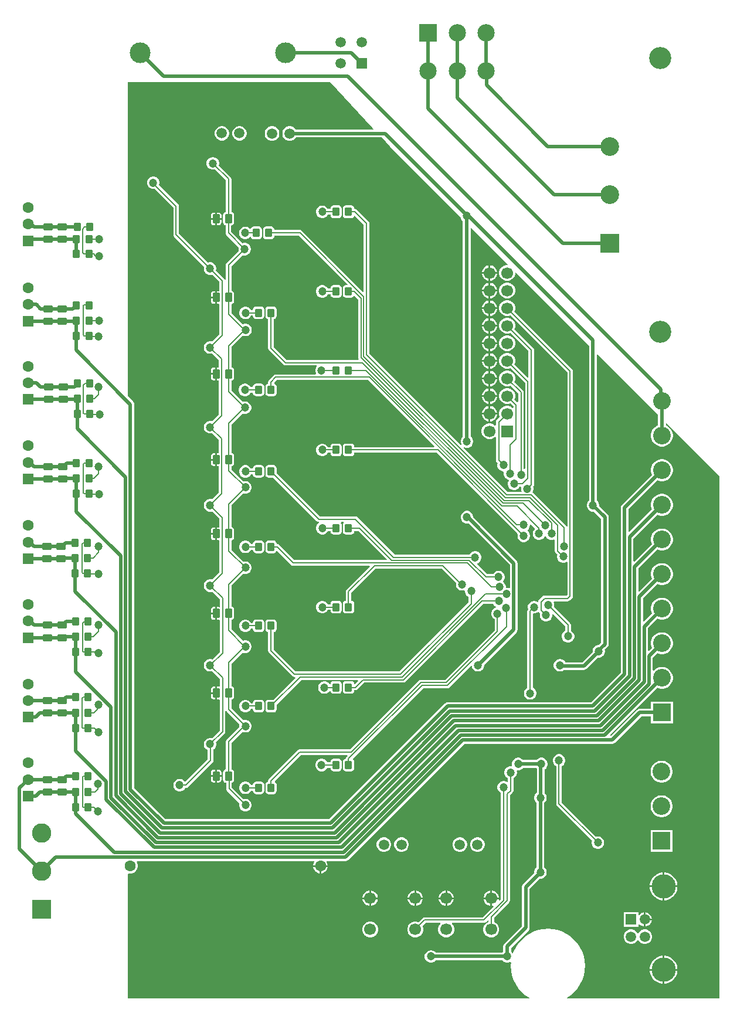
<source format=gbl>
G04*
G04 #@! TF.GenerationSoftware,Altium Limited,Altium Designer,22.5.1 (42)*
G04*
G04 Layer_Physical_Order=2*
G04 Layer_Color=16711680*
%FSLAX44Y44*%
%MOMM*%
G71*
G04*
G04 #@! TF.SameCoordinates,6C3A9871-7614-464A-A6E8-5A1B9E04D4B5*
G04*
G04*
G04 #@! TF.FilePolarity,Positive*
G04*
G01*
G75*
%ADD11C,0.2000*%
G04:AMPARAMS|DCode=70|XSize=1mm|YSize=1.3mm|CornerRadius=0.125mm|HoleSize=0mm|Usage=FLASHONLY|Rotation=270.000|XOffset=0mm|YOffset=0mm|HoleType=Round|Shape=RoundedRectangle|*
%AMROUNDEDRECTD70*
21,1,1.0000,1.0500,0,0,270.0*
21,1,0.7500,1.3000,0,0,270.0*
1,1,0.2500,-0.5250,-0.3750*
1,1,0.2500,-0.5250,0.3750*
1,1,0.2500,0.5250,0.3750*
1,1,0.2500,0.5250,-0.3750*
%
%ADD70ROUNDEDRECTD70*%
G04:AMPARAMS|DCode=73|XSize=1mm|YSize=1.2mm|CornerRadius=0.125mm|HoleSize=0mm|Usage=FLASHONLY|Rotation=0.000|XOffset=0mm|YOffset=0mm|HoleType=Round|Shape=RoundedRectangle|*
%AMROUNDEDRECTD73*
21,1,1.0000,0.9500,0,0,0.0*
21,1,0.7500,1.2000,0,0,0.0*
1,1,0.2500,0.3750,-0.4750*
1,1,0.2500,-0.3750,-0.4750*
1,1,0.2500,-0.3750,0.4750*
1,1,0.2500,0.3750,0.4750*
%
%ADD73ROUNDEDRECTD73*%
G04:AMPARAMS|DCode=77|XSize=1mm|YSize=1.3mm|CornerRadius=0.125mm|HoleSize=0mm|Usage=FLASHONLY|Rotation=180.000|XOffset=0mm|YOffset=0mm|HoleType=Round|Shape=RoundedRectangle|*
%AMROUNDEDRECTD77*
21,1,1.0000,1.0500,0,0,180.0*
21,1,0.7500,1.3000,0,0,180.0*
1,1,0.2500,-0.3750,0.5250*
1,1,0.2500,0.3750,0.5250*
1,1,0.2500,0.3750,-0.5250*
1,1,0.2500,-0.3750,-0.5250*
%
%ADD77ROUNDEDRECTD77*%
%ADD90C,0.5000*%
%ADD92C,1.7000*%
%ADD93C,1.5000*%
%ADD94C,2.5500*%
%ADD95R,2.5500X2.5500*%
%ADD96R,2.7000X2.7000*%
%ADD97C,2.7000*%
%ADD98C,3.2000*%
%ADD99R,2.5000X2.5000*%
%ADD100C,2.5000*%
%ADD101R,1.5000X1.5000*%
%ADD102R,1.7000X1.7000*%
%ADD103C,1.6000*%
%ADD104C,3.0000*%
%ADD105R,1.5000X1.5000*%
%ADD106C,3.5000*%
%ADD107R,1.6000X1.6000*%
%ADD108C,2.8000*%
%ADD109R,2.8000X2.8000*%
%ADD110C,1.2000*%
G36*
X1516354Y2260402D02*
X1517878Y2258773D01*
X1517373Y2257608D01*
X1405837D01*
X1405352Y2258447D01*
X1403397Y2260402D01*
X1401003Y2261784D01*
X1398332Y2262500D01*
X1395568D01*
X1392897Y2261784D01*
X1390503Y2260402D01*
X1388548Y2258447D01*
X1387166Y2256053D01*
X1386450Y2253382D01*
Y2250618D01*
X1387166Y2247947D01*
X1388548Y2245553D01*
X1390503Y2243598D01*
X1392897Y2242216D01*
X1395568Y2241500D01*
X1398332D01*
X1401003Y2242216D01*
X1403397Y2243598D01*
X1405352Y2245553D01*
X1405837Y2246392D01*
X1529458D01*
X1541750Y2233250D01*
X1643579Y2131421D01*
X1644113Y2129427D01*
X1645298Y2127375D01*
X1646892Y2125781D01*
Y1813870D01*
X1645798Y1812776D01*
X1644613Y1810724D01*
X1644000Y1808435D01*
Y1806065D01*
X1644613Y1803776D01*
X1645058Y1803005D01*
X1644042Y1802225D01*
X1512078Y1934189D01*
Y2122000D01*
X1512078Y2122000D01*
X1511768Y2123561D01*
X1510884Y2124884D01*
X1510884Y2124884D01*
X1493884Y2141884D01*
X1492561Y2142768D01*
X1491000Y2143078D01*
X1490061Y2143862D01*
X1489753Y2145408D01*
X1488814Y2146814D01*
X1487408Y2147753D01*
X1485750Y2148083D01*
X1478250D01*
X1476592Y2147753D01*
X1475186Y2146814D01*
X1474247Y2145408D01*
X1473917Y2143750D01*
Y2134250D01*
X1474247Y2132592D01*
X1475186Y2131186D01*
X1476592Y2130247D01*
X1478250Y2129917D01*
X1485750D01*
X1487408Y2130247D01*
X1488814Y2131186D01*
X1489753Y2132592D01*
X1489804Y2132845D01*
X1491019Y2133213D01*
X1503922Y2120311D01*
Y2024016D01*
X1502748Y2023530D01*
X1414894Y2111384D01*
X1413571Y2112268D01*
X1412010Y2112578D01*
X1412010Y2112578D01*
X1374833D01*
Y2113250D01*
X1374503Y2114908D01*
X1373564Y2116314D01*
X1372158Y2117253D01*
X1370500Y2117583D01*
X1363000D01*
X1361342Y2117253D01*
X1359936Y2116314D01*
X1358997Y2114908D01*
X1358667Y2113250D01*
Y2103750D01*
X1358997Y2102092D01*
X1359936Y2100686D01*
X1361342Y2099747D01*
X1363000Y2099417D01*
X1370500D01*
X1372158Y2099747D01*
X1373564Y2100686D01*
X1374503Y2102092D01*
X1374833Y2103750D01*
Y2104422D01*
X1410321D01*
X1480486Y2034257D01*
X1480000Y2033083D01*
X1478250D01*
X1476592Y2032753D01*
X1475186Y2031814D01*
X1474247Y2030408D01*
X1473917Y2028750D01*
Y2019250D01*
X1474247Y2017592D01*
X1475186Y2016186D01*
X1476592Y2015247D01*
X1478250Y2014917D01*
X1485750D01*
X1487408Y2015247D01*
X1488814Y2016186D01*
X1489389Y2017047D01*
X1490898Y2017334D01*
X1495922Y2012311D01*
Y1928627D01*
X1495922Y1928627D01*
X1496232Y1927067D01*
X1496712Y1926348D01*
X1496033Y1925078D01*
X1392689D01*
X1374078Y1943689D01*
Y1983982D01*
X1375408Y1984247D01*
X1376814Y1985186D01*
X1377753Y1986592D01*
X1378083Y1988250D01*
Y1997750D01*
X1377753Y1999408D01*
X1376814Y2000814D01*
X1375408Y2001753D01*
X1373750Y2002083D01*
X1366250D01*
X1364592Y2001753D01*
X1363186Y2000814D01*
X1362247Y1999408D01*
X1361917Y1997750D01*
Y1988250D01*
X1362247Y1986592D01*
X1363186Y1985186D01*
X1364592Y1984247D01*
X1365922Y1983982D01*
Y1942000D01*
X1365922Y1942000D01*
X1366232Y1940439D01*
X1367116Y1939116D01*
X1388116Y1918116D01*
X1388116Y1918116D01*
X1389439Y1917232D01*
X1391000Y1916922D01*
X1391000Y1916922D01*
X1435534D01*
X1436020Y1915748D01*
X1435798Y1915526D01*
X1434613Y1913474D01*
X1434000Y1911185D01*
Y1908815D01*
X1434613Y1906526D01*
X1435293Y1905348D01*
X1434560Y1904078D01*
X1377000D01*
X1377000Y1904078D01*
X1375439Y1903768D01*
X1374116Y1902884D01*
X1374116Y1902884D01*
X1367116Y1895884D01*
X1366232Y1894561D01*
X1365922Y1893000D01*
X1365922Y1893000D01*
Y1890768D01*
X1364592Y1890503D01*
X1363186Y1889564D01*
X1362247Y1888158D01*
X1361917Y1886500D01*
Y1877000D01*
X1362247Y1875342D01*
X1363186Y1873936D01*
X1364592Y1872997D01*
X1366250Y1872667D01*
X1373750D01*
X1375408Y1872997D01*
X1376814Y1873936D01*
X1377753Y1875342D01*
X1378083Y1877000D01*
Y1886500D01*
X1377753Y1888158D01*
X1376814Y1889564D01*
X1375408Y1890503D01*
X1375124Y1890560D01*
X1374706Y1891938D01*
X1378689Y1895922D01*
X1509967D01*
X1605638Y1800252D01*
X1605152Y1799078D01*
X1490083D01*
Y1799750D01*
X1489753Y1801408D01*
X1488814Y1802814D01*
X1487408Y1803753D01*
X1485750Y1804083D01*
X1478250D01*
X1476592Y1803753D01*
X1475186Y1802814D01*
X1474247Y1801408D01*
X1473917Y1799750D01*
Y1790250D01*
X1474247Y1788592D01*
X1475186Y1787186D01*
X1476592Y1786247D01*
X1478250Y1785917D01*
X1485750D01*
X1487408Y1786247D01*
X1488814Y1787186D01*
X1489753Y1788592D01*
X1490083Y1790250D01*
Y1790922D01*
X1609311D01*
X1726433Y1673800D01*
X1726000Y1672185D01*
Y1669815D01*
X1726613Y1667526D01*
X1727798Y1665474D01*
X1729474Y1663798D01*
X1731526Y1662613D01*
X1733815Y1662000D01*
X1736185D01*
X1738474Y1662613D01*
X1740526Y1663798D01*
X1742202Y1665474D01*
X1743387Y1667526D01*
X1744000Y1669815D01*
Y1672185D01*
X1743387Y1674474D01*
X1742202Y1676526D01*
X1740526Y1678202D01*
X1740243Y1678365D01*
Y1679635D01*
X1740526Y1679798D01*
X1742202Y1681474D01*
X1743387Y1683526D01*
X1744000Y1685815D01*
Y1687436D01*
X1745270Y1687962D01*
X1750970Y1682263D01*
X1750854Y1680582D01*
X1749798Y1679526D01*
X1748613Y1677474D01*
X1748000Y1675185D01*
Y1672815D01*
X1748613Y1670526D01*
X1749798Y1668474D01*
X1751474Y1666798D01*
X1753526Y1665613D01*
X1755815Y1665000D01*
X1758185D01*
X1760474Y1665613D01*
X1762526Y1666798D01*
X1764202Y1668474D01*
X1765327Y1670422D01*
X1765943Y1670526D01*
X1766057D01*
X1766673Y1670422D01*
X1767798Y1668474D01*
X1769474Y1666798D01*
X1771526Y1665613D01*
X1773815Y1665000D01*
X1776185D01*
X1778474Y1665613D01*
X1778822Y1665814D01*
X1779922Y1665179D01*
Y1649000D01*
X1779922Y1649000D01*
X1780232Y1647439D01*
X1781116Y1646116D01*
X1783433Y1643800D01*
X1783000Y1642185D01*
Y1639815D01*
X1783613Y1637526D01*
X1784798Y1635474D01*
X1786474Y1633798D01*
X1788526Y1632613D01*
X1790815Y1632000D01*
X1793185D01*
X1795474Y1632613D01*
X1796652Y1633293D01*
X1797922Y1632560D01*
Y1585689D01*
X1796811Y1584578D01*
X1765011D01*
X1763450Y1584268D01*
X1762127Y1583384D01*
X1762127Y1583384D01*
X1757116Y1578373D01*
X1756232Y1577050D01*
X1756091Y1576342D01*
X1754686Y1575687D01*
X1753474Y1576387D01*
X1751185Y1577000D01*
X1748815D01*
X1746526Y1576387D01*
X1744474Y1575202D01*
X1742798Y1573526D01*
X1741613Y1571474D01*
X1741000Y1569185D01*
Y1566815D01*
X1741433Y1565200D01*
X1741366Y1565134D01*
X1740482Y1563811D01*
X1740172Y1562250D01*
X1740172Y1562250D01*
Y1451538D01*
X1738724Y1450702D01*
X1737048Y1449026D01*
X1735863Y1446974D01*
X1735250Y1444685D01*
Y1442315D01*
X1735863Y1440026D01*
X1737048Y1437974D01*
X1738724Y1436298D01*
X1740776Y1435113D01*
X1743065Y1434500D01*
X1745435D01*
X1747724Y1435113D01*
X1749776Y1436298D01*
X1751452Y1437974D01*
X1752637Y1440026D01*
X1753250Y1442315D01*
Y1444685D01*
X1752637Y1446974D01*
X1751452Y1449026D01*
X1749776Y1450702D01*
X1748328Y1451538D01*
Y1558627D01*
X1748815Y1559000D01*
X1751185D01*
X1753474Y1559613D01*
X1755526Y1560798D01*
X1755749Y1561021D01*
X1757012Y1560896D01*
X1757116Y1560741D01*
X1758558Y1559300D01*
X1758125Y1557685D01*
Y1555315D01*
X1758738Y1553026D01*
X1759923Y1550974D01*
X1761599Y1549298D01*
X1763651Y1548113D01*
X1765940Y1547500D01*
X1768310D01*
X1770599Y1548113D01*
X1772651Y1549298D01*
X1774327Y1550974D01*
X1775512Y1553026D01*
X1776125Y1555315D01*
Y1557311D01*
X1777287Y1557945D01*
X1794922Y1540311D01*
Y1534038D01*
X1793474Y1533202D01*
X1791798Y1531526D01*
X1790613Y1529474D01*
X1790000Y1527185D01*
Y1524815D01*
X1790613Y1522526D01*
X1791798Y1520474D01*
X1793474Y1518798D01*
X1795526Y1517613D01*
X1797815Y1517000D01*
X1800185D01*
X1802474Y1517613D01*
X1804526Y1518798D01*
X1806202Y1520474D01*
X1807387Y1522526D01*
X1808000Y1524815D01*
Y1527185D01*
X1807387Y1529474D01*
X1806202Y1531526D01*
X1804526Y1533202D01*
X1803078Y1534038D01*
Y1542000D01*
X1802768Y1543561D01*
X1801884Y1544884D01*
X1801884Y1544884D01*
X1778567Y1568200D01*
X1779000Y1569815D01*
Y1572185D01*
X1778387Y1574474D01*
X1777897Y1575322D01*
X1778532Y1576422D01*
X1798500D01*
X1798500Y1576422D01*
X1800061Y1576732D01*
X1801384Y1577616D01*
X1804884Y1581116D01*
X1804884Y1581116D01*
X1805768Y1582439D01*
X1806078Y1584000D01*
Y1908800D01*
X1805768Y1910361D01*
X1804884Y1911684D01*
X1804884Y1911684D01*
X1721530Y1995038D01*
X1721716Y1995361D01*
X1722500Y1998286D01*
Y2001314D01*
X1721716Y2004239D01*
X1720202Y2006861D01*
X1718061Y2009002D01*
X1715439Y2010516D01*
X1712514Y2011300D01*
X1709486D01*
X1706561Y2010516D01*
X1703939Y2009002D01*
X1701798Y2006861D01*
X1700284Y2004239D01*
X1699500Y2001314D01*
Y1998286D01*
X1700284Y1995361D01*
X1701798Y1992739D01*
X1703939Y1990598D01*
X1706561Y1989084D01*
X1709486Y1988300D01*
X1712514D01*
X1715439Y1989084D01*
X1715762Y1989270D01*
X1797922Y1907111D01*
Y1684946D01*
X1797355Y1684757D01*
X1796652Y1684735D01*
X1795884Y1685884D01*
X1795884Y1685884D01*
X1748884Y1732884D01*
X1747561Y1733768D01*
X1747478Y1733952D01*
X1748387Y1735526D01*
X1749000Y1737815D01*
Y1740185D01*
X1748567Y1741800D01*
X1748884Y1742116D01*
X1748884Y1742116D01*
X1749768Y1743439D01*
X1750078Y1745000D01*
X1750078Y1745000D01*
Y1939400D01*
X1749768Y1940961D01*
X1748884Y1942284D01*
X1748884Y1942284D01*
X1721530Y1969638D01*
X1721716Y1969961D01*
X1722500Y1972886D01*
Y1975914D01*
X1721716Y1978839D01*
X1720202Y1981461D01*
X1718061Y1983602D01*
X1715439Y1985116D01*
X1712514Y1985900D01*
X1709486D01*
X1706561Y1985116D01*
X1703939Y1983602D01*
X1701798Y1981461D01*
X1700284Y1978839D01*
X1699500Y1975914D01*
Y1972886D01*
X1700284Y1969961D01*
X1701798Y1967339D01*
X1703939Y1965198D01*
X1706561Y1963684D01*
X1709486Y1962900D01*
X1712514D01*
X1715439Y1963684D01*
X1715762Y1963870D01*
X1741922Y1937711D01*
Y1900105D01*
X1740748Y1899619D01*
X1721530Y1918838D01*
X1721716Y1919161D01*
X1722500Y1922086D01*
Y1925114D01*
X1721716Y1928039D01*
X1720202Y1930661D01*
X1718061Y1932802D01*
X1715439Y1934316D01*
X1712514Y1935100D01*
X1709486D01*
X1706561Y1934316D01*
X1703939Y1932802D01*
X1701798Y1930661D01*
X1700284Y1928039D01*
X1699500Y1925114D01*
Y1922086D01*
X1700284Y1919161D01*
X1701798Y1916539D01*
X1703939Y1914398D01*
X1706561Y1912884D01*
X1709486Y1912100D01*
X1712514D01*
X1715439Y1912884D01*
X1715762Y1913070D01*
X1736922Y1891911D01*
Y1768244D01*
X1735652Y1767511D01*
X1735078Y1767842D01*
Y1878200D01*
X1734768Y1879761D01*
X1733884Y1881084D01*
X1733884Y1881084D01*
X1721530Y1893438D01*
X1721716Y1893761D01*
X1722500Y1896686D01*
Y1899714D01*
X1721716Y1902639D01*
X1720202Y1905261D01*
X1718061Y1907402D01*
X1715439Y1908916D01*
X1712514Y1909700D01*
X1709486D01*
X1706561Y1908916D01*
X1703939Y1907402D01*
X1701798Y1905261D01*
X1700284Y1902639D01*
X1699500Y1899714D01*
Y1896686D01*
X1700284Y1893761D01*
X1701798Y1891139D01*
X1703939Y1888998D01*
X1706561Y1887484D01*
X1709486Y1886700D01*
X1712514D01*
X1715439Y1887484D01*
X1715762Y1887670D01*
X1726922Y1876511D01*
Y1864442D01*
X1725652Y1863916D01*
X1721530Y1868038D01*
X1721716Y1868361D01*
X1722500Y1871286D01*
Y1874314D01*
X1721716Y1877239D01*
X1720202Y1879861D01*
X1718061Y1882002D01*
X1715439Y1883516D01*
X1712514Y1884300D01*
X1709486D01*
X1706561Y1883516D01*
X1703939Y1882002D01*
X1701798Y1879861D01*
X1700284Y1877239D01*
X1699500Y1874314D01*
Y1871286D01*
X1700284Y1868361D01*
X1701798Y1865739D01*
X1703939Y1863598D01*
X1706561Y1862084D01*
X1709486Y1861300D01*
X1712514D01*
X1715439Y1862084D01*
X1715762Y1862270D01*
X1719922Y1858111D01*
Y1856401D01*
X1718748Y1855915D01*
X1718061Y1856602D01*
X1715439Y1858116D01*
X1712514Y1858900D01*
X1709486D01*
X1706561Y1858116D01*
X1703939Y1856602D01*
X1701798Y1854461D01*
X1700284Y1851839D01*
X1699500Y1848914D01*
Y1845886D01*
X1700284Y1842961D01*
X1700470Y1842638D01*
X1696116Y1838284D01*
X1695232Y1836961D01*
X1694922Y1835400D01*
X1694922Y1835400D01*
Y1830738D01*
X1693652Y1830212D01*
X1692661Y1831202D01*
X1690039Y1832716D01*
X1687114Y1833500D01*
X1684086D01*
X1681161Y1832716D01*
X1678539Y1831202D01*
X1676398Y1829061D01*
X1674884Y1826439D01*
X1674100Y1823514D01*
Y1820486D01*
X1674884Y1817561D01*
X1676398Y1814939D01*
X1678539Y1812798D01*
X1681161Y1811284D01*
X1684086Y1810500D01*
X1687114D01*
X1690039Y1811284D01*
X1692661Y1812798D01*
X1693652Y1813788D01*
X1694922Y1813262D01*
Y1780000D01*
X1694922Y1780000D01*
X1695232Y1778439D01*
X1696116Y1777116D01*
X1697433Y1775800D01*
X1697000Y1774185D01*
Y1771815D01*
X1697613Y1769526D01*
X1698798Y1767474D01*
X1700474Y1765798D01*
X1702526Y1764613D01*
X1704815Y1764000D01*
X1705443D01*
X1706216Y1762993D01*
X1706000Y1762185D01*
Y1759815D01*
X1706613Y1757526D01*
X1707798Y1755474D01*
X1709474Y1753798D01*
X1711526Y1752613D01*
X1712832Y1752263D01*
X1713380Y1750802D01*
X1712613Y1749474D01*
X1712000Y1747185D01*
Y1744815D01*
X1712613Y1742526D01*
X1713798Y1740474D01*
X1715474Y1738798D01*
X1717526Y1737613D01*
X1719815Y1737000D01*
X1722185D01*
X1724474Y1737613D01*
X1726526Y1738798D01*
X1728202Y1740474D01*
X1729038Y1741922D01*
X1730422D01*
X1731195Y1740914D01*
X1731000Y1740185D01*
Y1737815D01*
X1731613Y1735526D01*
X1731814Y1735178D01*
X1731179Y1734078D01*
X1712189D01*
X1647975Y1798292D01*
X1648755Y1799308D01*
X1649526Y1798863D01*
X1651815Y1798250D01*
X1654185D01*
X1656474Y1798863D01*
X1658526Y1800048D01*
X1660202Y1801724D01*
X1661387Y1803776D01*
X1662000Y1806065D01*
Y1808435D01*
X1661387Y1810724D01*
X1660202Y1812776D01*
X1658526Y1814452D01*
X1658108Y1814693D01*
Y2115233D01*
X1659281Y2115719D01*
X1711630Y2063370D01*
X1711104Y2062100D01*
X1709486D01*
X1706561Y2061316D01*
X1703939Y2059802D01*
X1701798Y2057661D01*
X1700284Y2055039D01*
X1699500Y2052114D01*
Y2049086D01*
X1700284Y2046161D01*
X1701798Y2043539D01*
X1703939Y2041398D01*
X1706561Y2039884D01*
X1709486Y2039100D01*
X1712514D01*
X1715439Y2039884D01*
X1718061Y2041398D01*
X1720202Y2043539D01*
X1721716Y2046161D01*
X1722500Y2049086D01*
Y2050704D01*
X1723770Y2051230D01*
X1829392Y1945608D01*
Y1722120D01*
X1827798Y1720526D01*
X1826613Y1718474D01*
X1826000Y1716185D01*
Y1713815D01*
X1826613Y1711526D01*
X1827798Y1709474D01*
X1829474Y1707798D01*
X1831526Y1706613D01*
X1833815Y1706000D01*
X1836069D01*
X1846392Y1695677D01*
Y1516915D01*
X1842728Y1513250D01*
X1842065D01*
X1839776Y1512637D01*
X1837724Y1511452D01*
X1836048Y1509776D01*
X1834863Y1507724D01*
X1834250Y1505435D01*
Y1503181D01*
X1819427Y1488358D01*
X1795126D01*
X1794452Y1489526D01*
X1792776Y1491202D01*
X1790724Y1492387D01*
X1788435Y1493000D01*
X1786065D01*
X1783776Y1492387D01*
X1781724Y1491202D01*
X1780048Y1489526D01*
X1778863Y1487474D01*
X1778250Y1485185D01*
Y1482815D01*
X1778863Y1480526D01*
X1780048Y1478474D01*
X1781724Y1476798D01*
X1783776Y1475613D01*
X1786065Y1475000D01*
X1788435D01*
X1790724Y1475613D01*
X1792776Y1476798D01*
X1793120Y1477142D01*
X1821750D01*
X1823896Y1477569D01*
X1825715Y1478785D01*
X1842181Y1495250D01*
X1844435D01*
X1846724Y1495863D01*
X1848776Y1497048D01*
X1850452Y1498724D01*
X1851637Y1500776D01*
X1852250Y1503065D01*
Y1505435D01*
X1851938Y1506599D01*
X1855965Y1510627D01*
X1857181Y1512446D01*
X1857608Y1514592D01*
Y1698000D01*
X1857181Y1700146D01*
X1855965Y1701965D01*
X1844000Y1713931D01*
Y1716185D01*
X1843387Y1718474D01*
X1842202Y1720526D01*
X1840608Y1722120D01*
Y1932733D01*
X1841781Y1933219D01*
X1928892Y1846108D01*
Y1830475D01*
X1927040Y1829707D01*
X1924460Y1827984D01*
X1922266Y1825790D01*
X1920542Y1823210D01*
X1919355Y1820344D01*
X1918750Y1817301D01*
Y1814199D01*
X1919355Y1811156D01*
X1920542Y1808290D01*
X1922266Y1805710D01*
X1924460Y1803516D01*
X1927040Y1801792D01*
X1929906Y1800605D01*
X1932949Y1800000D01*
X1936051D01*
X1939094Y1800605D01*
X1941960Y1801792D01*
X1944540Y1803516D01*
X1946734Y1805710D01*
X1948457Y1808290D01*
X1949645Y1811156D01*
X1950250Y1814199D01*
Y1817301D01*
X1949645Y1820344D01*
X1948457Y1823210D01*
X1946734Y1825790D01*
X1944540Y1827984D01*
X1941960Y1829707D01*
X1940108Y1830475D01*
Y1833233D01*
X1941281Y1833719D01*
X2017451Y1757549D01*
X2017451Y1002549D01*
X1797568D01*
X1797182Y1003819D01*
X1802639Y1007465D01*
X1807911Y1012089D01*
X1812536Y1017361D01*
X1816432Y1023193D01*
X1819534Y1029482D01*
X1821788Y1036124D01*
X1823156Y1043002D01*
X1823615Y1050000D01*
X1823156Y1056998D01*
X1821788Y1063876D01*
X1819534Y1070518D01*
X1816432Y1076807D01*
X1812536Y1082639D01*
X1807911Y1087911D01*
X1802639Y1092535D01*
X1796807Y1096432D01*
X1790517Y1099534D01*
X1783876Y1101788D01*
X1776998Y1103156D01*
X1770000Y1103615D01*
X1763002Y1103156D01*
X1756124Y1101788D01*
X1749483Y1099534D01*
X1743193Y1096432D01*
X1737361Y1092535D01*
X1732089Y1087911D01*
X1727464Y1082639D01*
X1723568Y1076807D01*
X1720466Y1070518D01*
X1719804Y1068565D01*
X1718540Y1068441D01*
X1718202Y1069026D01*
X1716608Y1070620D01*
Y1075677D01*
X1741965Y1101035D01*
X1743181Y1102854D01*
X1743608Y1105000D01*
Y1161677D01*
X1757931Y1176000D01*
X1760185D01*
X1762474Y1176613D01*
X1764526Y1177798D01*
X1766202Y1179474D01*
X1767387Y1181526D01*
X1768000Y1183815D01*
Y1186185D01*
X1767387Y1188474D01*
X1766202Y1190526D01*
X1764608Y1192120D01*
Y1285480D01*
X1766202Y1287074D01*
X1767387Y1289126D01*
X1768000Y1291415D01*
Y1293785D01*
X1767387Y1296074D01*
X1766202Y1298126D01*
X1765108Y1299220D01*
Y1333912D01*
X1765776Y1334298D01*
X1767452Y1335974D01*
X1768637Y1338026D01*
X1769250Y1340315D01*
Y1342685D01*
X1768637Y1344974D01*
X1767452Y1347026D01*
X1765776Y1348702D01*
X1763724Y1349887D01*
X1761435Y1350500D01*
X1759065D01*
X1756776Y1349887D01*
X1754724Y1348702D01*
X1753130Y1347108D01*
X1734173D01*
X1732579Y1348702D01*
X1730527Y1349887D01*
X1728238Y1350500D01*
X1725868D01*
X1723579Y1349887D01*
X1721527Y1348702D01*
X1719851Y1347026D01*
X1718667Y1344974D01*
X1718053Y1342685D01*
Y1340315D01*
X1718409Y1338987D01*
X1717372Y1337950D01*
X1717185Y1338000D01*
X1714815D01*
X1712526Y1337387D01*
X1710474Y1336202D01*
X1708798Y1334526D01*
X1707613Y1332474D01*
X1707000Y1330185D01*
Y1327815D01*
X1707613Y1325526D01*
X1708798Y1323474D01*
X1710474Y1321798D01*
X1711922Y1320962D01*
Y1316440D01*
X1710652Y1315707D01*
X1709474Y1316387D01*
X1707185Y1317000D01*
X1704815D01*
X1702526Y1316387D01*
X1700474Y1315202D01*
X1698798Y1313526D01*
X1697613Y1311474D01*
X1697000Y1309185D01*
Y1306815D01*
X1697613Y1304526D01*
X1698798Y1302474D01*
X1700474Y1300798D01*
X1701922Y1299962D01*
Y1146346D01*
X1699891Y1144315D01*
X1698752Y1144973D01*
X1699040Y1146047D01*
Y1146230D01*
X1689270D01*
Y1136460D01*
X1689453D01*
X1690527Y1136748D01*
X1691185Y1135609D01*
X1675654Y1120078D01*
X1591750D01*
X1591750Y1120078D01*
X1590189Y1119768D01*
X1588866Y1118884D01*
X1588866Y1118884D01*
X1583012Y1113030D01*
X1582689Y1113216D01*
X1579764Y1114000D01*
X1576736D01*
X1573811Y1113216D01*
X1571189Y1111702D01*
X1569048Y1109561D01*
X1567534Y1106939D01*
X1566750Y1104014D01*
Y1100986D01*
X1567534Y1098061D01*
X1569048Y1095439D01*
X1571189Y1093298D01*
X1573811Y1091784D01*
X1576736Y1091000D01*
X1579764D01*
X1582689Y1091784D01*
X1585311Y1093298D01*
X1587452Y1095439D01*
X1588966Y1098061D01*
X1589750Y1100986D01*
Y1104014D01*
X1588966Y1106939D01*
X1588780Y1107262D01*
X1593439Y1111922D01*
X1614362D01*
X1614888Y1110652D01*
X1613798Y1109561D01*
X1612284Y1106939D01*
X1611500Y1104014D01*
Y1100986D01*
X1612284Y1098061D01*
X1613798Y1095439D01*
X1615939Y1093298D01*
X1618561Y1091784D01*
X1621486Y1091000D01*
X1624514D01*
X1627439Y1091784D01*
X1630061Y1093298D01*
X1632202Y1095439D01*
X1633716Y1098061D01*
X1634500Y1100986D01*
Y1104014D01*
X1633716Y1106939D01*
X1632202Y1109561D01*
X1631112Y1110652D01*
X1631638Y1111922D01*
X1677343D01*
X1677343Y1111922D01*
X1678904Y1112232D01*
X1680227Y1113116D01*
X1682748Y1115638D01*
X1683922Y1115152D01*
Y1113313D01*
X1683561Y1113216D01*
X1680939Y1111702D01*
X1678798Y1109561D01*
X1677284Y1106939D01*
X1676500Y1104014D01*
Y1100986D01*
X1677284Y1098061D01*
X1678798Y1095439D01*
X1680939Y1093298D01*
X1683561Y1091784D01*
X1686486Y1091000D01*
X1689514D01*
X1692439Y1091784D01*
X1695061Y1093298D01*
X1697202Y1095439D01*
X1698716Y1098061D01*
X1699500Y1100986D01*
Y1104014D01*
X1698716Y1106939D01*
X1697202Y1109561D01*
X1695061Y1111702D01*
X1692439Y1113216D01*
X1692078Y1113313D01*
Y1119311D01*
X1713884Y1141116D01*
X1713884Y1141116D01*
X1714768Y1142439D01*
X1715078Y1144000D01*
Y1296311D01*
X1718884Y1300116D01*
X1719768Y1301439D01*
X1720078Y1303000D01*
X1720078Y1303000D01*
Y1320962D01*
X1721526Y1321798D01*
X1723202Y1323474D01*
X1724387Y1325526D01*
X1725000Y1327815D01*
Y1330185D01*
X1724644Y1331513D01*
X1725681Y1332550D01*
X1725868Y1332500D01*
X1728238D01*
X1730527Y1333113D01*
X1732579Y1334298D01*
X1734173Y1335892D01*
X1753130D01*
X1753892Y1335130D01*
Y1300043D01*
X1753474Y1299802D01*
X1751798Y1298126D01*
X1750613Y1296074D01*
X1750000Y1293785D01*
Y1291415D01*
X1750613Y1289126D01*
X1751798Y1287074D01*
X1753392Y1285480D01*
Y1192120D01*
X1751798Y1190526D01*
X1750613Y1188474D01*
X1750000Y1186185D01*
Y1183931D01*
X1734035Y1167965D01*
X1732819Y1166146D01*
X1732392Y1164000D01*
Y1107323D01*
X1707035Y1081965D01*
X1705819Y1080146D01*
X1705392Y1078000D01*
Y1070620D01*
X1703880Y1069108D01*
X1608120D01*
X1606526Y1070702D01*
X1604474Y1071887D01*
X1602185Y1072500D01*
X1599815D01*
X1597526Y1071887D01*
X1595474Y1070702D01*
X1593798Y1069026D01*
X1592613Y1066974D01*
X1592000Y1064685D01*
Y1062315D01*
X1592613Y1060026D01*
X1593798Y1057974D01*
X1595474Y1056298D01*
X1597526Y1055113D01*
X1599815Y1054500D01*
X1602185D01*
X1604474Y1055113D01*
X1606526Y1056298D01*
X1608120Y1057892D01*
X1703880D01*
X1705474Y1056298D01*
X1707526Y1055113D01*
X1709815Y1054500D01*
X1712185D01*
X1714474Y1055113D01*
X1715486Y1055698D01*
X1716709Y1054937D01*
X1716385Y1050000D01*
X1716844Y1043002D01*
X1718212Y1036124D01*
X1720466Y1029482D01*
X1723568Y1023193D01*
X1727464Y1017361D01*
X1732089Y1012089D01*
X1737361Y1007465D01*
X1742818Y1003819D01*
X1742432Y1002549D01*
X1163000D01*
Y1182507D01*
X1164008Y1183280D01*
X1165052Y1183000D01*
X1167948D01*
X1170746Y1183750D01*
X1173254Y1185198D01*
X1175302Y1187246D01*
X1176750Y1189754D01*
X1177500Y1192552D01*
Y1195448D01*
X1176750Y1198246D01*
X1175667Y1200122D01*
X1176398Y1201392D01*
X1432338D01*
X1432864Y1200122D01*
X1431678Y1198068D01*
X1430960Y1195388D01*
Y1195270D01*
X1441500D01*
X1452040D01*
Y1195388D01*
X1451322Y1198068D01*
X1450136Y1200122D01*
X1450662Y1201392D01*
X1477640D01*
X1479786Y1201819D01*
X1481605Y1203035D01*
X1648963Y1370392D01*
X1863000D01*
X1865146Y1370819D01*
X1866965Y1372035D01*
X1905073Y1410142D01*
X1918750D01*
Y1400000D01*
X1950250D01*
Y1431500D01*
X1918750D01*
Y1421358D01*
X1902750D01*
X1900604Y1420931D01*
X1898785Y1419715D01*
X1861121Y1382052D01*
X1860603Y1382126D01*
X1860155Y1383474D01*
X1928053Y1451373D01*
X1929906Y1450605D01*
X1932949Y1450000D01*
X1936051D01*
X1939094Y1450605D01*
X1941960Y1451792D01*
X1944540Y1453516D01*
X1946734Y1455710D01*
X1948457Y1458290D01*
X1949645Y1461156D01*
X1950250Y1464199D01*
Y1467301D01*
X1949645Y1470344D01*
X1948457Y1473210D01*
X1946734Y1475790D01*
X1944540Y1477984D01*
X1941960Y1479707D01*
X1939094Y1480895D01*
X1936051Y1481500D01*
X1932949D01*
X1929906Y1480895D01*
X1927040Y1479707D01*
X1924460Y1477984D01*
X1922628Y1476152D01*
X1921358Y1476663D01*
Y1494677D01*
X1928053Y1501373D01*
X1929906Y1500605D01*
X1932949Y1500000D01*
X1936051D01*
X1939094Y1500605D01*
X1941960Y1501793D01*
X1944540Y1503516D01*
X1946734Y1505710D01*
X1948457Y1508290D01*
X1949645Y1511156D01*
X1950250Y1514199D01*
Y1517301D01*
X1949645Y1520344D01*
X1948457Y1523210D01*
X1946734Y1525790D01*
X1944540Y1527984D01*
X1941960Y1529707D01*
X1939094Y1530895D01*
X1936051Y1531500D01*
X1932949D01*
X1929906Y1530895D01*
X1927040Y1529707D01*
X1924460Y1527984D01*
X1922266Y1525790D01*
X1920542Y1523210D01*
X1919355Y1520344D01*
X1918750Y1517301D01*
Y1514199D01*
X1919355Y1511156D01*
X1920123Y1509303D01*
X1915531Y1504712D01*
X1914358Y1505198D01*
Y1537677D01*
X1928053Y1551373D01*
X1929906Y1550605D01*
X1932949Y1550000D01*
X1936051D01*
X1939094Y1550605D01*
X1941960Y1551793D01*
X1944540Y1553516D01*
X1946734Y1555710D01*
X1948457Y1558290D01*
X1949645Y1561156D01*
X1950250Y1564199D01*
Y1567301D01*
X1949645Y1570344D01*
X1948457Y1573210D01*
X1946734Y1575790D01*
X1944540Y1577984D01*
X1941960Y1579707D01*
X1939094Y1580895D01*
X1936051Y1581500D01*
X1932949D01*
X1929906Y1580895D01*
X1927040Y1579707D01*
X1924460Y1577984D01*
X1922266Y1575790D01*
X1920542Y1573210D01*
X1919355Y1570344D01*
X1918750Y1567301D01*
Y1564199D01*
X1919355Y1561156D01*
X1920123Y1559303D01*
X1908531Y1547712D01*
X1907358Y1548198D01*
Y1580677D01*
X1928053Y1601373D01*
X1929906Y1600605D01*
X1932949Y1600000D01*
X1936051D01*
X1939094Y1600605D01*
X1941960Y1601793D01*
X1944540Y1603516D01*
X1946734Y1605710D01*
X1948457Y1608290D01*
X1949645Y1611156D01*
X1950250Y1614199D01*
Y1617301D01*
X1949645Y1620344D01*
X1948457Y1623210D01*
X1946734Y1625790D01*
X1944540Y1627984D01*
X1941960Y1629707D01*
X1939094Y1630895D01*
X1936051Y1631500D01*
X1932949D01*
X1929906Y1630895D01*
X1927040Y1629707D01*
X1924460Y1627984D01*
X1922266Y1625790D01*
X1920542Y1623210D01*
X1919355Y1620344D01*
X1918750Y1617301D01*
Y1614199D01*
X1919355Y1611156D01*
X1920123Y1609303D01*
X1901531Y1590712D01*
X1900358Y1591198D01*
Y1623677D01*
X1928053Y1651373D01*
X1929906Y1650605D01*
X1932949Y1650000D01*
X1936051D01*
X1939094Y1650605D01*
X1941960Y1651793D01*
X1944540Y1653516D01*
X1946734Y1655710D01*
X1948457Y1658290D01*
X1949645Y1661156D01*
X1950250Y1664199D01*
Y1667301D01*
X1949645Y1670344D01*
X1948457Y1673210D01*
X1946734Y1675790D01*
X1944540Y1677984D01*
X1941960Y1679707D01*
X1939094Y1680895D01*
X1936051Y1681500D01*
X1932949D01*
X1929906Y1680895D01*
X1927040Y1679707D01*
X1924460Y1677984D01*
X1922266Y1675790D01*
X1920542Y1673210D01*
X1919355Y1670344D01*
X1918750Y1667301D01*
Y1664199D01*
X1919355Y1661156D01*
X1920123Y1659303D01*
X1894531Y1633712D01*
X1893358Y1634198D01*
Y1666677D01*
X1928053Y1701373D01*
X1929906Y1700605D01*
X1932949Y1700000D01*
X1936051D01*
X1939094Y1700605D01*
X1941960Y1701793D01*
X1944540Y1703516D01*
X1946734Y1705710D01*
X1948457Y1708290D01*
X1949645Y1711156D01*
X1950250Y1714199D01*
Y1717301D01*
X1949645Y1720344D01*
X1948457Y1723210D01*
X1946734Y1725790D01*
X1944540Y1727984D01*
X1941960Y1729707D01*
X1939094Y1730895D01*
X1936051Y1731500D01*
X1932949D01*
X1929906Y1730895D01*
X1927040Y1729707D01*
X1924460Y1727984D01*
X1922266Y1725790D01*
X1920542Y1723210D01*
X1919355Y1720344D01*
X1918750Y1717301D01*
Y1714199D01*
X1919355Y1711156D01*
X1920123Y1709303D01*
X1887531Y1676712D01*
X1886358Y1677198D01*
Y1709677D01*
X1928053Y1751373D01*
X1929906Y1750605D01*
X1932949Y1750000D01*
X1936051D01*
X1939094Y1750605D01*
X1941960Y1751793D01*
X1944540Y1753516D01*
X1946734Y1755710D01*
X1948457Y1758290D01*
X1949645Y1761156D01*
X1950250Y1764199D01*
Y1767301D01*
X1949645Y1770344D01*
X1948457Y1773210D01*
X1946734Y1775790D01*
X1944540Y1777984D01*
X1941960Y1779707D01*
X1939094Y1780895D01*
X1936051Y1781500D01*
X1932949D01*
X1929906Y1780895D01*
X1927040Y1779707D01*
X1924460Y1777984D01*
X1922266Y1775790D01*
X1920542Y1773210D01*
X1919355Y1770344D01*
X1918750Y1767301D01*
Y1764199D01*
X1919355Y1761156D01*
X1920123Y1759303D01*
X1876785Y1715965D01*
X1875569Y1714146D01*
X1875142Y1712000D01*
Y1473720D01*
X1832030Y1430608D01*
X1625147D01*
X1623001Y1430181D01*
X1621182Y1428965D01*
X1453824Y1261608D01*
X1217820D01*
X1172608Y1306820D01*
Y1861000D01*
X1172181Y1863146D01*
X1170965Y1864965D01*
X1163000Y1872930D01*
Y2326000D01*
X1455000D01*
X1516354Y2260402D01*
D02*
G37*
%LPC*%
G36*
X1325882Y2262750D02*
X1323118D01*
X1320447Y2262034D01*
X1318053Y2260652D01*
X1316098Y2258697D01*
X1314716Y2256303D01*
X1314000Y2253632D01*
Y2250868D01*
X1314716Y2248197D01*
X1316098Y2245803D01*
X1318053Y2243848D01*
X1320447Y2242466D01*
X1323118Y2241750D01*
X1325882D01*
X1328553Y2242466D01*
X1330947Y2243848D01*
X1332902Y2245803D01*
X1334284Y2248197D01*
X1335000Y2250868D01*
Y2253632D01*
X1334284Y2256303D01*
X1332902Y2258697D01*
X1330947Y2260652D01*
X1328553Y2262034D01*
X1325882Y2262750D01*
D02*
G37*
G36*
X1300482D02*
X1297718D01*
X1295047Y2262034D01*
X1292653Y2260652D01*
X1290698Y2258697D01*
X1289316Y2256303D01*
X1288600Y2253632D01*
Y2250868D01*
X1289316Y2248197D01*
X1290698Y2245803D01*
X1292653Y2243848D01*
X1295047Y2242466D01*
X1297718Y2241750D01*
X1300482D01*
X1303153Y2242466D01*
X1305547Y2243848D01*
X1307502Y2245803D01*
X1308884Y2248197D01*
X1309600Y2250868D01*
Y2253632D01*
X1308884Y2256303D01*
X1307502Y2258697D01*
X1305547Y2260652D01*
X1303153Y2262034D01*
X1300482Y2262750D01*
D02*
G37*
G36*
X1372932Y2262500D02*
X1370168D01*
X1367497Y2261784D01*
X1365103Y2260402D01*
X1363148Y2258447D01*
X1361766Y2256053D01*
X1361050Y2253382D01*
Y2250618D01*
X1361766Y2247947D01*
X1363148Y2245553D01*
X1365103Y2243598D01*
X1367497Y2242216D01*
X1370168Y2241500D01*
X1372932D01*
X1375603Y2242216D01*
X1377997Y2243598D01*
X1379952Y2245553D01*
X1381334Y2247947D01*
X1382050Y2250618D01*
Y2253382D01*
X1381334Y2256053D01*
X1379952Y2258447D01*
X1377997Y2260402D01*
X1375603Y2261784D01*
X1372932Y2262500D01*
D02*
G37*
G36*
X1467750Y2148083D02*
X1460250D01*
X1458592Y2147753D01*
X1457186Y2146814D01*
X1456247Y2145408D01*
X1455917Y2143750D01*
Y2143078D01*
X1452038D01*
X1451202Y2144526D01*
X1449526Y2146202D01*
X1447474Y2147387D01*
X1445185Y2148000D01*
X1442815D01*
X1440526Y2147387D01*
X1438474Y2146202D01*
X1436798Y2144526D01*
X1435613Y2142474D01*
X1435000Y2140185D01*
Y2137815D01*
X1435613Y2135526D01*
X1436798Y2133474D01*
X1438474Y2131798D01*
X1440526Y2130613D01*
X1442815Y2130000D01*
X1445185D01*
X1447474Y2130613D01*
X1449526Y2131798D01*
X1451202Y2133474D01*
X1452038Y2134922D01*
X1455917D01*
Y2134250D01*
X1456247Y2132592D01*
X1457186Y2131186D01*
X1458592Y2130247D01*
X1460250Y2129917D01*
X1467750D01*
X1469408Y2130247D01*
X1470814Y2131186D01*
X1471753Y2132592D01*
X1472083Y2134250D01*
Y2143750D01*
X1471753Y2145408D01*
X1470814Y2146814D01*
X1469408Y2147753D01*
X1467750Y2148083D01*
D02*
G37*
G36*
X1294500Y2137864D02*
X1292020D01*
Y2130020D01*
X1298364D01*
Y2134000D01*
X1298070Y2135479D01*
X1297232Y2136732D01*
X1295979Y2137570D01*
X1294500Y2137864D01*
D02*
G37*
G36*
X1289480D02*
X1287000D01*
X1285521Y2137570D01*
X1284268Y2136732D01*
X1283430Y2135479D01*
X1283136Y2134000D01*
Y2130020D01*
X1289480D01*
Y2137864D01*
D02*
G37*
G36*
X1298364Y2127480D02*
X1292020D01*
Y2119636D01*
X1294500D01*
X1295979Y2119930D01*
X1297232Y2120768D01*
X1298070Y2122021D01*
X1298364Y2123500D01*
Y2127480D01*
D02*
G37*
G36*
X1289480D02*
X1283136D01*
Y2123500D01*
X1283430Y2122021D01*
X1284268Y2120768D01*
X1285521Y2119930D01*
X1287000Y2119636D01*
X1289480D01*
Y2127480D01*
D02*
G37*
G36*
X1352500Y2117583D02*
X1345000D01*
X1343342Y2117253D01*
X1341936Y2116314D01*
X1340997Y2114908D01*
X1340961Y2114731D01*
X1340859Y2114659D01*
X1339597Y2114381D01*
X1338276Y2115702D01*
X1336224Y2116887D01*
X1333935Y2117500D01*
X1331565D01*
X1329276Y2116887D01*
X1327224Y2115702D01*
X1325548Y2114026D01*
X1324363Y2111974D01*
X1323750Y2109685D01*
Y2107315D01*
X1324363Y2105026D01*
X1325548Y2102974D01*
X1327224Y2101298D01*
X1329276Y2100113D01*
X1331565Y2099500D01*
X1333935D01*
X1336224Y2100113D01*
X1338276Y2101298D01*
X1339597Y2102619D01*
X1340859Y2102341D01*
X1340961Y2102269D01*
X1340997Y2102092D01*
X1341936Y2100686D01*
X1343342Y2099747D01*
X1345000Y2099417D01*
X1352500D01*
X1354158Y2099747D01*
X1355564Y2100686D01*
X1356503Y2102092D01*
X1356833Y2103750D01*
Y2113250D01*
X1356503Y2114908D01*
X1355564Y2116314D01*
X1354158Y2117253D01*
X1352500Y2117583D01*
D02*
G37*
G36*
X1687053Y2061640D02*
X1686870D01*
Y2051870D01*
X1696640D01*
Y2052054D01*
X1695888Y2054861D01*
X1694434Y2057379D01*
X1692379Y2059434D01*
X1689861Y2060888D01*
X1687053Y2061640D01*
D02*
G37*
G36*
X1684330D02*
X1684147D01*
X1681339Y2060888D01*
X1678821Y2059434D01*
X1676766Y2057379D01*
X1675312Y2054861D01*
X1674560Y2052054D01*
Y2051870D01*
X1684330D01*
Y2061640D01*
D02*
G37*
G36*
X1287185Y2218000D02*
X1284815D01*
X1282526Y2217387D01*
X1280474Y2216202D01*
X1278798Y2214526D01*
X1277613Y2212474D01*
X1277000Y2210185D01*
Y2207815D01*
X1277613Y2205526D01*
X1278798Y2203474D01*
X1280474Y2201798D01*
X1282526Y2200613D01*
X1284815Y2200000D01*
X1287185D01*
X1288800Y2200433D01*
X1304672Y2184561D01*
Y2138268D01*
X1303342Y2138003D01*
X1301936Y2137064D01*
X1300997Y2135658D01*
X1300667Y2134000D01*
Y2123500D01*
X1300997Y2121842D01*
X1301936Y2120436D01*
X1303342Y2119497D01*
X1304422Y2119282D01*
Y2108500D01*
X1304422Y2108500D01*
X1304732Y2106939D01*
X1305616Y2105616D01*
X1323433Y2087800D01*
X1323000Y2086185D01*
Y2083815D01*
X1323433Y2082200D01*
X1305866Y2064634D01*
X1304982Y2063311D01*
X1304672Y2061750D01*
X1304672Y2061750D01*
Y2041196D01*
X1304106Y2041007D01*
X1303402Y2040985D01*
X1302634Y2042134D01*
X1302634Y2042134D01*
X1290567Y2054200D01*
X1291000Y2055815D01*
Y2058185D01*
X1290387Y2060474D01*
X1289202Y2062526D01*
X1287526Y2064202D01*
X1285474Y2065387D01*
X1283185Y2066000D01*
X1280815D01*
X1279200Y2065567D01*
X1237078Y2107689D01*
Y2147000D01*
X1237078Y2147000D01*
X1236768Y2148561D01*
X1235884Y2149884D01*
X1235884Y2149884D01*
X1208334Y2177434D01*
X1208387Y2177526D01*
X1209000Y2179815D01*
Y2182185D01*
X1208387Y2184474D01*
X1207202Y2186526D01*
X1205526Y2188202D01*
X1203474Y2189387D01*
X1201185Y2190000D01*
X1198815D01*
X1196526Y2189387D01*
X1194474Y2188202D01*
X1192798Y2186526D01*
X1191613Y2184474D01*
X1191000Y2182185D01*
Y2179815D01*
X1191613Y2177526D01*
X1192798Y2175474D01*
X1194474Y2173798D01*
X1196526Y2172613D01*
X1198815Y2172000D01*
X1201185D01*
X1202011Y2172221D01*
X1228922Y2145311D01*
Y2106000D01*
X1228922Y2106000D01*
X1229232Y2104439D01*
X1230116Y2103116D01*
X1273433Y2059800D01*
X1273000Y2058185D01*
Y2055815D01*
X1273613Y2053526D01*
X1274798Y2051474D01*
X1276474Y2049798D01*
X1278526Y2048613D01*
X1280815Y2048000D01*
X1283185D01*
X1284800Y2048433D01*
X1295672Y2037561D01*
Y2025132D01*
X1294690Y2024326D01*
X1294500Y2024364D01*
X1292020D01*
Y2015250D01*
Y2006136D01*
X1294500D01*
X1294690Y2006174D01*
X1295672Y2005368D01*
Y1962439D01*
X1284800Y1951567D01*
X1283185Y1952000D01*
X1280815D01*
X1278526Y1951387D01*
X1276474Y1950202D01*
X1274798Y1948526D01*
X1273613Y1946474D01*
X1273000Y1944185D01*
Y1941815D01*
X1273613Y1939526D01*
X1274798Y1937474D01*
X1276474Y1935798D01*
X1278526Y1934613D01*
X1280815Y1934000D01*
X1283185D01*
X1284800Y1934433D01*
X1294672Y1924561D01*
Y1914005D01*
X1294500Y1913864D01*
X1292020D01*
Y1904750D01*
Y1895636D01*
X1294500D01*
X1294672Y1895495D01*
Y1846439D01*
X1284800Y1836567D01*
X1283185Y1837000D01*
X1280815D01*
X1278526Y1836387D01*
X1276474Y1835202D01*
X1274798Y1833526D01*
X1273613Y1831474D01*
X1273000Y1829185D01*
Y1826815D01*
X1273613Y1824526D01*
X1274798Y1822474D01*
X1276474Y1820798D01*
X1278526Y1819613D01*
X1280815Y1819000D01*
X1283185D01*
X1284800Y1819433D01*
X1294422Y1809811D01*
Y1790114D01*
X1292020D01*
Y1781000D01*
Y1771886D01*
X1294422D01*
Y1733189D01*
X1284800Y1723567D01*
X1283185Y1724000D01*
X1280815D01*
X1278526Y1723387D01*
X1276474Y1722202D01*
X1274798Y1720526D01*
X1273613Y1718474D01*
X1273000Y1716185D01*
Y1713815D01*
X1273613Y1711526D01*
X1274798Y1709474D01*
X1276474Y1707798D01*
X1278526Y1706613D01*
X1280815Y1706000D01*
X1283185D01*
X1284800Y1706433D01*
X1295672Y1695561D01*
Y1683882D01*
X1294690Y1683076D01*
X1294500Y1683114D01*
X1292020D01*
Y1674000D01*
Y1664886D01*
X1294500D01*
X1294690Y1664924D01*
X1295672Y1664118D01*
Y1618439D01*
X1284800Y1607567D01*
X1283185Y1608000D01*
X1280815D01*
X1278526Y1607387D01*
X1276474Y1606202D01*
X1274798Y1604526D01*
X1273613Y1602474D01*
X1273000Y1600185D01*
Y1597815D01*
X1273613Y1595526D01*
X1274798Y1593474D01*
X1276474Y1591798D01*
X1278526Y1590613D01*
X1280815Y1590000D01*
X1283185D01*
X1284800Y1590433D01*
X1295922Y1579311D01*
Y1568832D01*
X1294940Y1568027D01*
X1294500Y1568114D01*
X1292020D01*
Y1559000D01*
Y1549886D01*
X1294500D01*
X1294940Y1549973D01*
X1295922Y1549168D01*
Y1503689D01*
X1284800Y1492567D01*
X1283185Y1493000D01*
X1280815D01*
X1278526Y1492387D01*
X1276474Y1491202D01*
X1274798Y1489526D01*
X1273613Y1487474D01*
X1273000Y1485185D01*
Y1482815D01*
X1273613Y1480526D01*
X1274798Y1478474D01*
X1276474Y1476798D01*
X1278526Y1475613D01*
X1280815Y1475000D01*
X1283185D01*
X1284800Y1475433D01*
X1295922Y1464311D01*
Y1453832D01*
X1294940Y1453027D01*
X1294500Y1453114D01*
X1292020D01*
Y1444000D01*
Y1434886D01*
X1294500D01*
X1294940Y1434973D01*
X1295922Y1434168D01*
Y1389689D01*
X1284800Y1378567D01*
X1283185Y1379000D01*
X1280815D01*
X1278526Y1378387D01*
X1276474Y1377202D01*
X1274798Y1375526D01*
X1273613Y1373474D01*
X1273000Y1371185D01*
Y1368815D01*
X1273613Y1366526D01*
X1274798Y1364474D01*
X1276474Y1362798D01*
X1278526Y1361613D01*
X1278672Y1361574D01*
Y1348439D01*
X1246509Y1316277D01*
X1245250Y1316443D01*
X1245202Y1316526D01*
X1243526Y1318202D01*
X1241474Y1319387D01*
X1239185Y1320000D01*
X1236815D01*
X1234526Y1319387D01*
X1232474Y1318202D01*
X1230798Y1316526D01*
X1229613Y1314474D01*
X1229000Y1312185D01*
Y1309815D01*
X1229613Y1307526D01*
X1230798Y1305474D01*
X1232474Y1303798D01*
X1234526Y1302613D01*
X1236815Y1302000D01*
X1239185D01*
X1241474Y1302613D01*
X1243526Y1303798D01*
X1245202Y1305474D01*
X1246038Y1306922D01*
X1247000D01*
X1247000Y1306922D01*
X1248561Y1307232D01*
X1249884Y1308116D01*
X1285634Y1343866D01*
X1285634Y1343866D01*
X1286518Y1345189D01*
X1286828Y1346750D01*
Y1362395D01*
X1287526Y1362798D01*
X1289202Y1364474D01*
X1290387Y1366526D01*
X1291000Y1368815D01*
Y1371185D01*
X1290567Y1372800D01*
X1302884Y1385116D01*
X1303768Y1386439D01*
X1304078Y1388000D01*
X1304078Y1388000D01*
Y1418054D01*
X1304645Y1418243D01*
X1305348Y1418265D01*
X1306116Y1417116D01*
X1324433Y1398800D01*
X1324000Y1397185D01*
Y1394815D01*
X1324010Y1394778D01*
X1306116Y1376884D01*
X1305232Y1375561D01*
X1304922Y1374000D01*
X1304922Y1374000D01*
Y1333568D01*
X1303342Y1333253D01*
X1301936Y1332314D01*
X1300997Y1330908D01*
X1300667Y1329250D01*
Y1318750D01*
X1300997Y1317092D01*
X1301936Y1315686D01*
X1303342Y1314747D01*
X1305000Y1314417D01*
X1305250D01*
Y1305672D01*
X1305250Y1305672D01*
X1305561Y1304111D01*
X1306445Y1302788D01*
X1324433Y1284800D01*
X1324000Y1283185D01*
Y1280815D01*
X1324613Y1278526D01*
X1325798Y1276474D01*
X1327474Y1274798D01*
X1329526Y1273613D01*
X1331815Y1273000D01*
X1334185D01*
X1336474Y1273613D01*
X1338526Y1274798D01*
X1340202Y1276474D01*
X1341387Y1278526D01*
X1342000Y1280815D01*
Y1283185D01*
X1341387Y1285474D01*
X1340202Y1287526D01*
X1338526Y1289202D01*
X1336474Y1290387D01*
X1334185Y1291000D01*
X1331815D01*
X1330200Y1290567D01*
X1313407Y1307361D01*
Y1314597D01*
X1314158Y1314747D01*
X1315564Y1315686D01*
X1316503Y1317092D01*
X1316833Y1318750D01*
Y1329250D01*
X1316503Y1330908D01*
X1315564Y1332314D01*
X1314158Y1333253D01*
X1313078Y1333468D01*
Y1372311D01*
X1328800Y1388033D01*
X1329526Y1387613D01*
X1331815Y1387000D01*
X1334185D01*
X1336474Y1387613D01*
X1338526Y1388798D01*
X1340202Y1390474D01*
X1341387Y1392526D01*
X1342000Y1394815D01*
Y1397185D01*
X1341387Y1399474D01*
X1340202Y1401526D01*
X1338526Y1403202D01*
X1336474Y1404387D01*
X1334185Y1405000D01*
X1331815D01*
X1330200Y1404567D01*
X1313078Y1421689D01*
Y1434532D01*
X1314158Y1434747D01*
X1315564Y1435686D01*
X1316503Y1437092D01*
X1316833Y1438750D01*
Y1449250D01*
X1316503Y1450908D01*
X1315564Y1452314D01*
X1314158Y1453253D01*
X1312828Y1453518D01*
Y1486061D01*
X1329434Y1502666D01*
X1329526Y1502613D01*
X1331815Y1502000D01*
X1334185D01*
X1336474Y1502613D01*
X1338526Y1503798D01*
X1340202Y1505474D01*
X1341387Y1507526D01*
X1342000Y1509815D01*
Y1512185D01*
X1341387Y1514474D01*
X1340202Y1516526D01*
X1338526Y1518202D01*
X1336474Y1519387D01*
X1334185Y1520000D01*
X1331815D01*
X1329526Y1519387D01*
X1329434Y1519333D01*
X1312828Y1535939D01*
Y1549482D01*
X1314158Y1549747D01*
X1315564Y1550686D01*
X1316503Y1552092D01*
X1316833Y1553750D01*
Y1564250D01*
X1316503Y1565908D01*
X1315564Y1567314D01*
X1314158Y1568253D01*
X1312828Y1568518D01*
Y1599061D01*
X1330200Y1616433D01*
X1331815Y1616000D01*
X1334185D01*
X1336474Y1616613D01*
X1338526Y1617798D01*
X1340202Y1619474D01*
X1341387Y1621526D01*
X1342000Y1623815D01*
Y1626185D01*
X1341387Y1628474D01*
X1340202Y1630526D01*
X1338526Y1632202D01*
X1336474Y1633387D01*
X1334185Y1634000D01*
X1331815D01*
X1330200Y1633567D01*
X1312828Y1650939D01*
Y1664482D01*
X1314158Y1664747D01*
X1315564Y1665686D01*
X1316503Y1667092D01*
X1316833Y1668750D01*
Y1679250D01*
X1316503Y1680908D01*
X1315564Y1682314D01*
X1314158Y1683253D01*
X1312828Y1683518D01*
Y1715061D01*
X1330200Y1732433D01*
X1331815Y1732000D01*
X1334185D01*
X1336474Y1732613D01*
X1338526Y1733798D01*
X1340202Y1735474D01*
X1341387Y1737526D01*
X1342000Y1739815D01*
Y1742185D01*
X1341387Y1744474D01*
X1340202Y1746526D01*
X1338526Y1748202D01*
X1336474Y1749387D01*
X1334185Y1750000D01*
X1331815D01*
X1330200Y1749567D01*
X1313078Y1766689D01*
Y1771532D01*
X1314158Y1771747D01*
X1315564Y1772686D01*
X1316503Y1774092D01*
X1316833Y1775750D01*
Y1786250D01*
X1316503Y1787908D01*
X1315564Y1789314D01*
X1314158Y1790253D01*
X1313078Y1790468D01*
Y1832114D01*
X1328900Y1847936D01*
X1329026Y1847863D01*
X1331315Y1847250D01*
X1333685D01*
X1335974Y1847863D01*
X1338026Y1849048D01*
X1339702Y1850724D01*
X1340887Y1852776D01*
X1341500Y1855065D01*
Y1857435D01*
X1340887Y1859724D01*
X1339702Y1861776D01*
X1338026Y1863452D01*
X1335974Y1864637D01*
X1333685Y1865250D01*
X1331315D01*
X1329026Y1864637D01*
X1328900Y1864564D01*
X1312828Y1880636D01*
Y1895232D01*
X1314158Y1895497D01*
X1315564Y1896436D01*
X1316503Y1897842D01*
X1316833Y1899500D01*
Y1910000D01*
X1316503Y1911658D01*
X1315564Y1913064D01*
X1314158Y1914003D01*
X1312828Y1914268D01*
Y1943614D01*
X1329333Y1960119D01*
X1329776Y1959863D01*
X1332065Y1959250D01*
X1334435D01*
X1336724Y1959863D01*
X1338776Y1961048D01*
X1340452Y1962724D01*
X1341637Y1964776D01*
X1342250Y1967065D01*
Y1969435D01*
X1341637Y1971724D01*
X1340452Y1973776D01*
X1338776Y1975452D01*
X1336724Y1976637D01*
X1334435Y1977250D01*
X1332065D01*
X1329776Y1976637D01*
X1329333Y1976381D01*
X1312828Y1992886D01*
Y2005732D01*
X1314158Y2005997D01*
X1315564Y2006936D01*
X1316503Y2008342D01*
X1316833Y2010000D01*
Y2020500D01*
X1316503Y2022158D01*
X1315564Y2023564D01*
X1314158Y2024503D01*
X1312828Y2024768D01*
Y2060061D01*
X1329200Y2076433D01*
X1330815Y2076000D01*
X1333185D01*
X1335474Y2076613D01*
X1337526Y2077798D01*
X1339202Y2079474D01*
X1340387Y2081526D01*
X1341000Y2083815D01*
Y2086185D01*
X1340387Y2088474D01*
X1339202Y2090526D01*
X1337526Y2092202D01*
X1335474Y2093387D01*
X1333185Y2094000D01*
X1330815D01*
X1329200Y2093567D01*
X1312578Y2110189D01*
Y2119182D01*
X1314158Y2119497D01*
X1315564Y2120436D01*
X1316503Y2121842D01*
X1316833Y2123500D01*
Y2134000D01*
X1316503Y2135658D01*
X1315564Y2137064D01*
X1314158Y2138003D01*
X1312828Y2138268D01*
Y2186250D01*
X1312518Y2187811D01*
X1311634Y2189134D01*
X1311634Y2189134D01*
X1294567Y2206200D01*
X1295000Y2207815D01*
Y2210185D01*
X1294387Y2212474D01*
X1293202Y2214526D01*
X1291526Y2216202D01*
X1289474Y2217387D01*
X1287185Y2218000D01*
D02*
G37*
G36*
X1696640Y2049330D02*
X1686870D01*
Y2039560D01*
X1687053D01*
X1689861Y2040312D01*
X1692379Y2041766D01*
X1694434Y2043821D01*
X1695888Y2046339D01*
X1696640Y2049147D01*
Y2049330D01*
D02*
G37*
G36*
X1684330D02*
X1674560D01*
Y2049147D01*
X1675312Y2046339D01*
X1676766Y2043821D01*
X1678821Y2041766D01*
X1681339Y2040312D01*
X1684147Y2039560D01*
X1684330D01*
Y2049330D01*
D02*
G37*
G36*
X1467750Y2033083D02*
X1460250D01*
X1458592Y2032753D01*
X1457186Y2031814D01*
X1456247Y2030408D01*
X1455917Y2028750D01*
Y2028078D01*
X1452038D01*
X1451202Y2029526D01*
X1449526Y2031202D01*
X1447474Y2032387D01*
X1445185Y2033000D01*
X1442815D01*
X1440526Y2032387D01*
X1438474Y2031202D01*
X1436798Y2029526D01*
X1435613Y2027474D01*
X1435000Y2025185D01*
Y2022815D01*
X1435613Y2020526D01*
X1436798Y2018474D01*
X1438474Y2016798D01*
X1440526Y2015613D01*
X1442815Y2015000D01*
X1445185D01*
X1447474Y2015613D01*
X1449526Y2016798D01*
X1451202Y2018474D01*
X1452038Y2019922D01*
X1455917D01*
Y2019250D01*
X1456247Y2017592D01*
X1457186Y2016186D01*
X1458592Y2015247D01*
X1460250Y2014917D01*
X1467750D01*
X1469408Y2015247D01*
X1470814Y2016186D01*
X1471753Y2017592D01*
X1472083Y2019250D01*
Y2028750D01*
X1471753Y2030408D01*
X1470814Y2031814D01*
X1469408Y2032753D01*
X1467750Y2033083D01*
D02*
G37*
G36*
X1687053Y2036240D02*
X1686870D01*
Y2026470D01*
X1696640D01*
Y2026653D01*
X1695888Y2029461D01*
X1694434Y2031979D01*
X1692379Y2034034D01*
X1689861Y2035488D01*
X1687053Y2036240D01*
D02*
G37*
G36*
X1684330D02*
X1684147D01*
X1681339Y2035488D01*
X1678821Y2034034D01*
X1676766Y2031979D01*
X1675312Y2029461D01*
X1674560Y2026653D01*
Y2026470D01*
X1684330D01*
Y2036240D01*
D02*
G37*
G36*
X1289480Y2024364D02*
X1287000D01*
X1285521Y2024070D01*
X1284268Y2023232D01*
X1283430Y2021979D01*
X1283136Y2020500D01*
Y2016520D01*
X1289480D01*
Y2024364D01*
D02*
G37*
G36*
X1696640Y2023930D02*
X1686870D01*
Y2014160D01*
X1687053D01*
X1689861Y2014912D01*
X1692379Y2016366D01*
X1694434Y2018421D01*
X1695888Y2020939D01*
X1696640Y2023747D01*
Y2023930D01*
D02*
G37*
G36*
X1684330D02*
X1674560D01*
Y2023747D01*
X1675312Y2020939D01*
X1676766Y2018421D01*
X1678821Y2016366D01*
X1681339Y2014912D01*
X1684147Y2014160D01*
X1684330D01*
Y2023930D01*
D02*
G37*
G36*
X1712514Y2036700D02*
X1709486D01*
X1706561Y2035916D01*
X1703939Y2034402D01*
X1701798Y2032261D01*
X1700284Y2029639D01*
X1699500Y2026714D01*
Y2023686D01*
X1700284Y2020761D01*
X1701798Y2018139D01*
X1703939Y2015998D01*
X1706561Y2014484D01*
X1709486Y2013700D01*
X1712514D01*
X1715439Y2014484D01*
X1718061Y2015998D01*
X1720202Y2018139D01*
X1721716Y2020761D01*
X1722500Y2023686D01*
Y2026714D01*
X1721716Y2029639D01*
X1720202Y2032261D01*
X1718061Y2034402D01*
X1715439Y2035916D01*
X1712514Y2036700D01*
D02*
G37*
G36*
X1289480Y2013980D02*
X1283136D01*
Y2010000D01*
X1283430Y2008521D01*
X1284268Y2007268D01*
X1285521Y2006430D01*
X1287000Y2006136D01*
X1289480D01*
Y2013980D01*
D02*
G37*
G36*
X1687053Y2010840D02*
X1686870D01*
Y2001070D01*
X1696640D01*
Y2001254D01*
X1695888Y2004061D01*
X1694434Y2006579D01*
X1692379Y2008634D01*
X1689861Y2010088D01*
X1687053Y2010840D01*
D02*
G37*
G36*
X1684330D02*
X1684147D01*
X1681339Y2010088D01*
X1678821Y2008634D01*
X1676766Y2006579D01*
X1675312Y2004061D01*
X1674560Y2001254D01*
Y2001070D01*
X1684330D01*
Y2010840D01*
D02*
G37*
G36*
X1355750Y2002083D02*
X1348250D01*
X1346592Y2001753D01*
X1345186Y2000814D01*
X1344247Y1999408D01*
X1343917Y1997750D01*
Y1997078D01*
X1341288D01*
X1340452Y1998526D01*
X1338776Y2000202D01*
X1336724Y2001387D01*
X1334435Y2002000D01*
X1332065D01*
X1329776Y2001387D01*
X1327724Y2000202D01*
X1326048Y1998526D01*
X1324863Y1996474D01*
X1324250Y1994185D01*
Y1991815D01*
X1324863Y1989526D01*
X1326048Y1987474D01*
X1327724Y1985798D01*
X1329776Y1984613D01*
X1332065Y1984000D01*
X1334435D01*
X1336724Y1984613D01*
X1338776Y1985798D01*
X1340452Y1987474D01*
X1341288Y1988922D01*
X1343917D01*
Y1988250D01*
X1344247Y1986592D01*
X1345186Y1985186D01*
X1346592Y1984247D01*
X1348250Y1983917D01*
X1355750D01*
X1357408Y1984247D01*
X1358814Y1985186D01*
X1359753Y1986592D01*
X1360083Y1988250D01*
Y1997750D01*
X1359753Y1999408D01*
X1358814Y2000814D01*
X1357408Y2001753D01*
X1355750Y2002083D01*
D02*
G37*
G36*
X1696640Y1998530D02*
X1686870D01*
Y1988760D01*
X1687053D01*
X1689861Y1989512D01*
X1692379Y1990966D01*
X1694434Y1993021D01*
X1695888Y1995539D01*
X1696640Y1998347D01*
Y1998530D01*
D02*
G37*
G36*
X1684330D02*
X1674560D01*
Y1998347D01*
X1675312Y1995539D01*
X1676766Y1993021D01*
X1678821Y1990966D01*
X1681339Y1989512D01*
X1684147Y1988760D01*
X1684330D01*
Y1998530D01*
D02*
G37*
G36*
X1687053Y1985440D02*
X1686870D01*
Y1975670D01*
X1696640D01*
Y1975853D01*
X1695888Y1978661D01*
X1694434Y1981179D01*
X1692379Y1983234D01*
X1689861Y1984688D01*
X1687053Y1985440D01*
D02*
G37*
G36*
X1684330D02*
X1684147D01*
X1681339Y1984688D01*
X1678821Y1983234D01*
X1676766Y1981179D01*
X1675312Y1978661D01*
X1674560Y1975853D01*
Y1975670D01*
X1684330D01*
Y1985440D01*
D02*
G37*
G36*
X1696640Y1973130D02*
X1686870D01*
Y1963360D01*
X1687053D01*
X1689861Y1964112D01*
X1692379Y1965566D01*
X1694434Y1967621D01*
X1695888Y1970139D01*
X1696640Y1972947D01*
Y1973130D01*
D02*
G37*
G36*
X1684330D02*
X1674560D01*
Y1972947D01*
X1675312Y1970139D01*
X1676766Y1967621D01*
X1678821Y1965566D01*
X1681339Y1964112D01*
X1684147Y1963360D01*
X1684330D01*
Y1973130D01*
D02*
G37*
G36*
X1687053Y1960040D02*
X1686870D01*
Y1950270D01*
X1696640D01*
Y1950453D01*
X1695888Y1953261D01*
X1694434Y1955779D01*
X1692379Y1957834D01*
X1689861Y1959288D01*
X1687053Y1960040D01*
D02*
G37*
G36*
X1684330D02*
X1684147D01*
X1681339Y1959288D01*
X1678821Y1957834D01*
X1676766Y1955779D01*
X1675312Y1953261D01*
X1674560Y1950453D01*
Y1950270D01*
X1684330D01*
Y1960040D01*
D02*
G37*
G36*
X1696640Y1947730D02*
X1686870D01*
Y1937960D01*
X1687053D01*
X1689861Y1938712D01*
X1692379Y1940166D01*
X1694434Y1942221D01*
X1695888Y1944739D01*
X1696640Y1947547D01*
Y1947730D01*
D02*
G37*
G36*
X1684330D02*
X1674560D01*
Y1947547D01*
X1675312Y1944739D01*
X1676766Y1942221D01*
X1678821Y1940166D01*
X1681339Y1938712D01*
X1684147Y1937960D01*
X1684330D01*
Y1947730D01*
D02*
G37*
G36*
X1712514Y1960500D02*
X1709486D01*
X1706561Y1959716D01*
X1703939Y1958202D01*
X1701798Y1956061D01*
X1700284Y1953439D01*
X1699500Y1950514D01*
Y1947486D01*
X1700284Y1944561D01*
X1701798Y1941939D01*
X1703939Y1939798D01*
X1706561Y1938284D01*
X1709486Y1937500D01*
X1712514D01*
X1715439Y1938284D01*
X1718061Y1939798D01*
X1720202Y1941939D01*
X1721716Y1944561D01*
X1722500Y1947486D01*
Y1950514D01*
X1721716Y1953439D01*
X1720202Y1956061D01*
X1718061Y1958202D01*
X1715439Y1959716D01*
X1712514Y1960500D01*
D02*
G37*
G36*
X1687053Y1934640D02*
X1686870D01*
Y1924870D01*
X1696640D01*
Y1925054D01*
X1695888Y1927861D01*
X1694434Y1930379D01*
X1692379Y1932434D01*
X1689861Y1933888D01*
X1687053Y1934640D01*
D02*
G37*
G36*
X1684330D02*
X1684147D01*
X1681339Y1933888D01*
X1678821Y1932434D01*
X1676766Y1930379D01*
X1675312Y1927861D01*
X1674560Y1925054D01*
Y1924870D01*
X1684330D01*
Y1934640D01*
D02*
G37*
G36*
X1696640Y1922330D02*
X1686870D01*
Y1912560D01*
X1687053D01*
X1689861Y1913312D01*
X1692379Y1914766D01*
X1694434Y1916821D01*
X1695888Y1919339D01*
X1696640Y1922147D01*
Y1922330D01*
D02*
G37*
G36*
X1684330D02*
X1674560D01*
Y1922147D01*
X1675312Y1919339D01*
X1676766Y1916821D01*
X1678821Y1914766D01*
X1681339Y1913312D01*
X1684147Y1912560D01*
X1684330D01*
Y1922330D01*
D02*
G37*
G36*
X1289480Y1913864D02*
X1287000D01*
X1285521Y1913570D01*
X1284268Y1912732D01*
X1283430Y1911479D01*
X1283136Y1910000D01*
Y1906020D01*
X1289480D01*
Y1913864D01*
D02*
G37*
G36*
X1687053Y1909240D02*
X1686870D01*
Y1899470D01*
X1696640D01*
Y1899653D01*
X1695888Y1902461D01*
X1694434Y1904979D01*
X1692379Y1907034D01*
X1689861Y1908488D01*
X1687053Y1909240D01*
D02*
G37*
G36*
X1684330D02*
X1684147D01*
X1681339Y1908488D01*
X1678821Y1907034D01*
X1676766Y1904979D01*
X1675312Y1902461D01*
X1674560Y1899653D01*
Y1899470D01*
X1684330D01*
Y1909240D01*
D02*
G37*
G36*
X1289480Y1903480D02*
X1283136D01*
Y1899500D01*
X1283430Y1898021D01*
X1284268Y1896768D01*
X1285521Y1895930D01*
X1287000Y1895636D01*
X1289480D01*
Y1903480D01*
D02*
G37*
G36*
X1696640Y1896930D02*
X1686870D01*
Y1887160D01*
X1687053D01*
X1689861Y1887912D01*
X1692379Y1889366D01*
X1694434Y1891421D01*
X1695888Y1893939D01*
X1696640Y1896747D01*
Y1896930D01*
D02*
G37*
G36*
X1684330D02*
X1674560D01*
Y1896747D01*
X1675312Y1893939D01*
X1676766Y1891421D01*
X1678821Y1889366D01*
X1681339Y1887912D01*
X1684147Y1887160D01*
X1684330D01*
Y1896930D01*
D02*
G37*
G36*
X1355750Y1890833D02*
X1348250D01*
X1346592Y1890503D01*
X1345186Y1889564D01*
X1344247Y1888158D01*
X1343917Y1886500D01*
Y1885828D01*
X1340538D01*
X1339702Y1887276D01*
X1338026Y1888952D01*
X1335974Y1890137D01*
X1333685Y1890750D01*
X1331315D01*
X1329026Y1890137D01*
X1326974Y1888952D01*
X1325298Y1887276D01*
X1324113Y1885224D01*
X1323500Y1882935D01*
Y1880565D01*
X1324113Y1878276D01*
X1325298Y1876224D01*
X1326974Y1874548D01*
X1329026Y1873363D01*
X1331315Y1872750D01*
X1333685D01*
X1335974Y1873363D01*
X1338026Y1874548D01*
X1339702Y1876224D01*
X1340538Y1877672D01*
X1343917D01*
Y1877000D01*
X1344247Y1875342D01*
X1345186Y1873936D01*
X1346592Y1872997D01*
X1348250Y1872667D01*
X1355750D01*
X1357408Y1872997D01*
X1358814Y1873936D01*
X1359753Y1875342D01*
X1360083Y1877000D01*
Y1886500D01*
X1359753Y1888158D01*
X1358814Y1889564D01*
X1357408Y1890503D01*
X1355750Y1890833D01*
D02*
G37*
G36*
X1687053Y1883840D02*
X1686870D01*
Y1874070D01*
X1696640D01*
Y1874254D01*
X1695888Y1877061D01*
X1694434Y1879579D01*
X1692379Y1881634D01*
X1689861Y1883088D01*
X1687053Y1883840D01*
D02*
G37*
G36*
X1684330D02*
X1684147D01*
X1681339Y1883088D01*
X1678821Y1881634D01*
X1676766Y1879579D01*
X1675312Y1877061D01*
X1674560Y1874254D01*
Y1874070D01*
X1684330D01*
Y1883840D01*
D02*
G37*
G36*
X1696640Y1871530D02*
X1686870D01*
Y1861760D01*
X1687053D01*
X1689861Y1862512D01*
X1692379Y1863966D01*
X1694434Y1866021D01*
X1695888Y1868539D01*
X1696640Y1871347D01*
Y1871530D01*
D02*
G37*
G36*
X1684330D02*
X1674560D01*
Y1871347D01*
X1675312Y1868539D01*
X1676766Y1866021D01*
X1678821Y1863966D01*
X1681339Y1862512D01*
X1684147Y1861760D01*
X1684330D01*
Y1871530D01*
D02*
G37*
G36*
X1687053Y1858440D02*
X1686870D01*
Y1848670D01*
X1696640D01*
Y1848853D01*
X1695888Y1851661D01*
X1694434Y1854179D01*
X1692379Y1856234D01*
X1689861Y1857688D01*
X1687053Y1858440D01*
D02*
G37*
G36*
X1684330D02*
X1684147D01*
X1681339Y1857688D01*
X1678821Y1856234D01*
X1676766Y1854179D01*
X1675312Y1851661D01*
X1674560Y1848853D01*
Y1848670D01*
X1684330D01*
Y1858440D01*
D02*
G37*
G36*
X1696640Y1846130D02*
X1686870D01*
Y1836360D01*
X1687053D01*
X1689861Y1837112D01*
X1692379Y1838566D01*
X1694434Y1840621D01*
X1695888Y1843139D01*
X1696640Y1845947D01*
Y1846130D01*
D02*
G37*
G36*
X1684330D02*
X1674560D01*
Y1845947D01*
X1675312Y1843139D01*
X1676766Y1840621D01*
X1678821Y1838566D01*
X1681339Y1837112D01*
X1684147Y1836360D01*
X1684330D01*
Y1846130D01*
D02*
G37*
G36*
X1467750Y1804083D02*
X1460250D01*
X1458592Y1803753D01*
X1457186Y1802814D01*
X1456247Y1801408D01*
X1455917Y1799750D01*
Y1799078D01*
X1452038D01*
X1451202Y1800526D01*
X1449526Y1802202D01*
X1447474Y1803387D01*
X1445185Y1804000D01*
X1442815D01*
X1440526Y1803387D01*
X1438474Y1802202D01*
X1436798Y1800526D01*
X1435613Y1798474D01*
X1435000Y1796185D01*
Y1793815D01*
X1435613Y1791526D01*
X1436798Y1789474D01*
X1438474Y1787798D01*
X1440526Y1786613D01*
X1442815Y1786000D01*
X1445185D01*
X1447474Y1786613D01*
X1449526Y1787798D01*
X1451202Y1789474D01*
X1452038Y1790922D01*
X1455917D01*
Y1790250D01*
X1456247Y1788592D01*
X1457186Y1787186D01*
X1458592Y1786247D01*
X1460250Y1785917D01*
X1467750D01*
X1469408Y1786247D01*
X1470814Y1787186D01*
X1471753Y1788592D01*
X1472083Y1790250D01*
Y1799750D01*
X1471753Y1801408D01*
X1470814Y1802814D01*
X1469408Y1803753D01*
X1467750Y1804083D01*
D02*
G37*
G36*
X1289480Y1790114D02*
X1287000D01*
X1285521Y1789820D01*
X1284268Y1788982D01*
X1283430Y1787729D01*
X1283136Y1786250D01*
Y1782270D01*
X1289480D01*
Y1790114D01*
D02*
G37*
G36*
Y1779730D02*
X1283136D01*
Y1775750D01*
X1283430Y1774271D01*
X1284268Y1773018D01*
X1285521Y1772180D01*
X1287000Y1771886D01*
X1289480D01*
Y1779730D01*
D02*
G37*
G36*
X1355750Y1773083D02*
X1348250D01*
X1346592Y1772753D01*
X1345186Y1771814D01*
X1344247Y1770408D01*
X1343917Y1768750D01*
Y1768078D01*
X1341038D01*
X1340202Y1769526D01*
X1338526Y1771202D01*
X1336474Y1772387D01*
X1334185Y1773000D01*
X1331815D01*
X1329526Y1772387D01*
X1327474Y1771202D01*
X1325798Y1769526D01*
X1324613Y1767474D01*
X1324000Y1765185D01*
Y1762815D01*
X1324613Y1760526D01*
X1325798Y1758474D01*
X1327474Y1756798D01*
X1329526Y1755613D01*
X1331815Y1755000D01*
X1334185D01*
X1336474Y1755613D01*
X1338526Y1756798D01*
X1340202Y1758474D01*
X1341038Y1759922D01*
X1343917D01*
Y1759250D01*
X1344247Y1757592D01*
X1345186Y1756186D01*
X1346592Y1755247D01*
X1348250Y1754917D01*
X1355750D01*
X1357408Y1755247D01*
X1358814Y1756186D01*
X1359753Y1757592D01*
X1360083Y1759250D01*
Y1768750D01*
X1359753Y1770408D01*
X1358814Y1771814D01*
X1357408Y1772753D01*
X1355750Y1773083D01*
D02*
G37*
G36*
X1289480Y1683114D02*
X1287000D01*
X1285521Y1682820D01*
X1284268Y1681982D01*
X1283430Y1680729D01*
X1283136Y1679250D01*
Y1675270D01*
X1289480D01*
Y1683114D01*
D02*
G37*
G36*
Y1672730D02*
X1283136D01*
Y1668750D01*
X1283430Y1667271D01*
X1284268Y1666018D01*
X1285521Y1665180D01*
X1287000Y1664886D01*
X1289480D01*
Y1672730D01*
D02*
G37*
G36*
X1355750Y1664083D02*
X1348250D01*
X1346592Y1663753D01*
X1345186Y1662814D01*
X1344247Y1661408D01*
X1343917Y1659750D01*
Y1659078D01*
X1341038D01*
X1340202Y1660526D01*
X1338526Y1662202D01*
X1336474Y1663387D01*
X1334185Y1664000D01*
X1331815D01*
X1329526Y1663387D01*
X1327474Y1662202D01*
X1325798Y1660526D01*
X1324613Y1658474D01*
X1324000Y1656185D01*
Y1653815D01*
X1324613Y1651526D01*
X1325798Y1649474D01*
X1327474Y1647798D01*
X1329526Y1646613D01*
X1331815Y1646000D01*
X1334185D01*
X1336474Y1646613D01*
X1338526Y1647798D01*
X1340202Y1649474D01*
X1341038Y1650922D01*
X1343917D01*
Y1650250D01*
X1344247Y1648592D01*
X1345186Y1647186D01*
X1346592Y1646247D01*
X1348250Y1645917D01*
X1355750D01*
X1357408Y1646247D01*
X1358814Y1647186D01*
X1359753Y1648592D01*
X1360083Y1650250D01*
Y1659750D01*
X1359753Y1661408D01*
X1358814Y1662814D01*
X1357408Y1663753D01*
X1355750Y1664083D01*
D02*
G37*
G36*
X1373750Y1773083D02*
X1366250D01*
X1364592Y1772753D01*
X1363186Y1771814D01*
X1362247Y1770408D01*
X1361917Y1768750D01*
Y1759250D01*
X1362247Y1757592D01*
X1363186Y1756186D01*
X1364592Y1755247D01*
X1366250Y1754917D01*
X1373316D01*
X1436116Y1692116D01*
X1436116Y1692116D01*
X1437439Y1691232D01*
X1438935Y1690934D01*
X1439012Y1690803D01*
X1439185Y1689612D01*
X1438474Y1689202D01*
X1436798Y1687526D01*
X1435613Y1685474D01*
X1435000Y1683185D01*
Y1680815D01*
X1435613Y1678526D01*
X1436798Y1676474D01*
X1438474Y1674798D01*
X1440526Y1673613D01*
X1442815Y1673000D01*
X1445185D01*
X1447474Y1673613D01*
X1449526Y1674798D01*
X1451202Y1676474D01*
X1452038Y1677922D01*
X1455917D01*
Y1677250D01*
X1456247Y1675592D01*
X1457186Y1674186D01*
X1458592Y1673247D01*
X1460250Y1672917D01*
X1467750D01*
X1469408Y1673247D01*
X1470814Y1674186D01*
X1471753Y1675592D01*
X1472083Y1677250D01*
Y1686750D01*
X1471753Y1688408D01*
X1470923Y1689652D01*
X1471108Y1690332D01*
X1471442Y1690922D01*
X1474557D01*
X1474892Y1690332D01*
X1475077Y1689652D01*
X1474247Y1688408D01*
X1473917Y1686750D01*
Y1677250D01*
X1474247Y1675592D01*
X1475186Y1674186D01*
X1476592Y1673247D01*
X1478250Y1672917D01*
X1485750D01*
X1487408Y1673247D01*
X1488814Y1674186D01*
X1489753Y1675592D01*
X1490083Y1677250D01*
Y1677922D01*
X1496311D01*
X1537231Y1637002D01*
X1536745Y1635828D01*
X1403939D01*
X1381884Y1657884D01*
X1380561Y1658768D01*
X1379000Y1659078D01*
X1378061Y1659862D01*
X1377753Y1661408D01*
X1376814Y1662814D01*
X1375408Y1663753D01*
X1373750Y1664083D01*
X1366250D01*
X1364592Y1663753D01*
X1363186Y1662814D01*
X1362247Y1661408D01*
X1361917Y1659750D01*
Y1650250D01*
X1362247Y1648592D01*
X1363186Y1647186D01*
X1364592Y1646247D01*
X1366250Y1645917D01*
X1373750D01*
X1375408Y1646247D01*
X1376814Y1647186D01*
X1377753Y1648592D01*
X1377804Y1648845D01*
X1379019Y1649213D01*
X1399366Y1628866D01*
X1400689Y1627982D01*
X1402250Y1627672D01*
X1402250Y1627672D01*
X1511995D01*
X1512481Y1626498D01*
X1479116Y1593134D01*
X1478232Y1591811D01*
X1477922Y1590250D01*
X1477922Y1590250D01*
Y1577018D01*
X1476592Y1576753D01*
X1475186Y1575814D01*
X1474247Y1574408D01*
X1473917Y1572750D01*
Y1563250D01*
X1474247Y1561592D01*
X1475186Y1560186D01*
X1476592Y1559247D01*
X1478250Y1558917D01*
X1485750D01*
X1487408Y1559247D01*
X1488814Y1560186D01*
X1489753Y1561592D01*
X1490083Y1563250D01*
Y1572750D01*
X1489753Y1574408D01*
X1488814Y1575814D01*
X1487408Y1576753D01*
X1486078Y1577018D01*
Y1588561D01*
X1521189Y1623672D01*
X1616490D01*
X1637206Y1602955D01*
X1637000Y1602185D01*
Y1599815D01*
X1637613Y1597526D01*
X1638798Y1595474D01*
X1640474Y1593798D01*
X1642526Y1592613D01*
X1644815Y1592000D01*
X1647185D01*
X1648753Y1592420D01*
X1649981Y1591578D01*
X1650019Y1591502D01*
Y1590041D01*
X1650632Y1587752D01*
X1651817Y1585699D01*
X1653493Y1584024D01*
X1654940Y1583188D01*
Y1574708D01*
X1555561Y1475328D01*
X1405439D01*
X1374078Y1506689D01*
Y1531982D01*
X1375408Y1532247D01*
X1376814Y1533186D01*
X1377753Y1534592D01*
X1378083Y1536250D01*
Y1545750D01*
X1377753Y1547408D01*
X1376814Y1548814D01*
X1375408Y1549753D01*
X1373750Y1550083D01*
X1366250D01*
X1364592Y1549753D01*
X1363186Y1548814D01*
X1362247Y1547408D01*
X1361917Y1545750D01*
Y1536250D01*
X1362247Y1534592D01*
X1363186Y1533186D01*
X1364592Y1532247D01*
X1365922Y1531982D01*
Y1505000D01*
X1365922Y1505000D01*
X1366232Y1503439D01*
X1367116Y1502116D01*
X1400866Y1468366D01*
X1402189Y1467482D01*
X1403750Y1467172D01*
X1404745D01*
X1405231Y1465998D01*
X1373316Y1434083D01*
X1366250D01*
X1364592Y1433753D01*
X1363186Y1432814D01*
X1362247Y1431408D01*
X1361917Y1429750D01*
Y1420250D01*
X1362247Y1418592D01*
X1363186Y1417186D01*
X1364592Y1416247D01*
X1366250Y1415917D01*
X1373750D01*
X1375408Y1416247D01*
X1376814Y1417186D01*
X1377753Y1418592D01*
X1378083Y1420250D01*
Y1427316D01*
X1413689Y1462922D01*
X1495495D01*
X1495981Y1461748D01*
X1491313Y1457080D01*
X1489934Y1457498D01*
X1489753Y1458408D01*
X1488814Y1459814D01*
X1487408Y1460753D01*
X1485750Y1461083D01*
X1478250D01*
X1476592Y1460753D01*
X1475186Y1459814D01*
X1474247Y1458408D01*
X1473917Y1456750D01*
Y1447250D01*
X1474247Y1445592D01*
X1475186Y1444186D01*
X1476592Y1443247D01*
X1478250Y1442917D01*
X1485750D01*
X1487408Y1443247D01*
X1488814Y1444186D01*
X1489753Y1445592D01*
X1490083Y1447250D01*
Y1447922D01*
X1492000D01*
X1492000Y1447922D01*
X1493561Y1448232D01*
X1494884Y1449116D01*
X1504689Y1458922D01*
X1561000D01*
X1561000Y1458922D01*
X1562561Y1459232D01*
X1563884Y1460116D01*
X1676361Y1572594D01*
X1690962D01*
X1691798Y1571146D01*
X1693474Y1569470D01*
X1694788Y1568711D01*
X1694608Y1567348D01*
X1693526Y1567059D01*
X1691474Y1565874D01*
X1689798Y1564198D01*
X1688613Y1562146D01*
X1688000Y1559857D01*
Y1557487D01*
X1688613Y1555198D01*
X1689798Y1553146D01*
X1691474Y1551470D01*
X1692922Y1550634D01*
Y1534439D01*
X1621561Y1463078D01*
X1586000D01*
X1584439Y1462768D01*
X1583116Y1461884D01*
X1582425Y1460850D01*
X1483982Y1362407D01*
X1411078D01*
X1409518Y1362096D01*
X1408195Y1361212D01*
X1408194Y1361212D01*
X1367116Y1320134D01*
X1366232Y1318811D01*
X1365922Y1317250D01*
X1365922Y1317250D01*
Y1316018D01*
X1364592Y1315753D01*
X1363186Y1314814D01*
X1362247Y1313408D01*
X1361917Y1311750D01*
Y1302250D01*
X1362247Y1300592D01*
X1363186Y1299186D01*
X1364592Y1298247D01*
X1366250Y1297917D01*
X1373750D01*
X1375408Y1298247D01*
X1376814Y1299186D01*
X1377753Y1300592D01*
X1378083Y1302250D01*
Y1311750D01*
X1377753Y1313408D01*
X1376814Y1314814D01*
X1375803Y1315490D01*
X1375458Y1316940D01*
X1412768Y1354250D01*
X1479823D01*
X1480309Y1353077D01*
X1479116Y1351884D01*
X1478232Y1350561D01*
X1477925Y1349019D01*
X1476592Y1348753D01*
X1475186Y1347814D01*
X1474247Y1346408D01*
X1473917Y1344750D01*
Y1335250D01*
X1474247Y1333592D01*
X1475186Y1332186D01*
X1476592Y1331247D01*
X1478250Y1330917D01*
X1485750D01*
X1487408Y1331247D01*
X1488814Y1332186D01*
X1489753Y1333592D01*
X1490083Y1335250D01*
Y1344750D01*
X1489753Y1346408D01*
X1488814Y1347814D01*
X1488308Y1348152D01*
X1488184Y1349416D01*
X1589689Y1450922D01*
X1624907D01*
X1624907Y1450922D01*
X1626468Y1451232D01*
X1627791Y1452116D01*
X1658866Y1483192D01*
X1660060Y1482590D01*
X1660613Y1480526D01*
X1661798Y1478474D01*
X1663474Y1476798D01*
X1665526Y1475613D01*
X1667815Y1475000D01*
X1670185D01*
X1672474Y1475613D01*
X1674526Y1476798D01*
X1676202Y1478474D01*
X1677387Y1480526D01*
X1678000Y1482815D01*
Y1485069D01*
X1724465Y1531535D01*
X1725681Y1533354D01*
X1726108Y1535500D01*
Y1631500D01*
X1725681Y1633646D01*
X1724465Y1635465D01*
X1662000Y1697931D01*
Y1699185D01*
X1661387Y1701474D01*
X1660202Y1703526D01*
X1658526Y1705202D01*
X1656474Y1706387D01*
X1654185Y1707000D01*
X1651815D01*
X1649526Y1706387D01*
X1647474Y1705202D01*
X1645798Y1703526D01*
X1644613Y1701474D01*
X1644000Y1699185D01*
Y1696815D01*
X1644613Y1694526D01*
X1645798Y1692474D01*
X1647474Y1690798D01*
X1649526Y1689613D01*
X1651815Y1689000D01*
X1654185D01*
X1654883Y1689187D01*
X1714892Y1629177D01*
Y1595838D01*
X1713792Y1595203D01*
X1713474Y1595387D01*
X1711185Y1596000D01*
X1709000D01*
Y1598185D01*
X1708387Y1600474D01*
X1707202Y1602526D01*
X1705526Y1604202D01*
X1705334Y1604312D01*
X1705169Y1605572D01*
X1705571Y1605974D01*
X1706756Y1608026D01*
X1707369Y1610315D01*
Y1612685D01*
X1706756Y1614974D01*
X1705571Y1617026D01*
X1703895Y1618702D01*
X1701843Y1619887D01*
X1699554Y1620500D01*
X1697184D01*
X1694895Y1619887D01*
X1692843Y1618702D01*
X1691167Y1617026D01*
X1690332Y1615578D01*
X1682189D01*
X1667621Y1630147D01*
X1667950Y1631373D01*
X1668338Y1631477D01*
X1670390Y1632662D01*
X1672066Y1634338D01*
X1673251Y1636390D01*
X1673864Y1638679D01*
Y1641049D01*
X1673251Y1643338D01*
X1672066Y1645390D01*
X1670390Y1647066D01*
X1668338Y1648251D01*
X1666049Y1648864D01*
X1663679D01*
X1661390Y1648251D01*
X1659338Y1647066D01*
X1657662Y1645390D01*
X1656826Y1643942D01*
X1548825D01*
X1494884Y1697884D01*
X1493561Y1698768D01*
X1492000Y1699078D01*
X1492000Y1699078D01*
X1440689D01*
X1378083Y1761685D01*
Y1768750D01*
X1377753Y1770408D01*
X1376814Y1771814D01*
X1375408Y1772753D01*
X1373750Y1773083D01*
D02*
G37*
G36*
X1467750Y1577083D02*
X1460250D01*
X1458592Y1576753D01*
X1457186Y1575814D01*
X1456247Y1574408D01*
X1455917Y1572750D01*
Y1572078D01*
X1452038D01*
X1451202Y1573526D01*
X1449526Y1575202D01*
X1447474Y1576387D01*
X1445185Y1577000D01*
X1442815D01*
X1440526Y1576387D01*
X1438474Y1575202D01*
X1436798Y1573526D01*
X1435613Y1571474D01*
X1435000Y1569185D01*
Y1566815D01*
X1435613Y1564526D01*
X1436798Y1562474D01*
X1438474Y1560798D01*
X1440526Y1559613D01*
X1442815Y1559000D01*
X1445185D01*
X1447474Y1559613D01*
X1449526Y1560798D01*
X1451202Y1562474D01*
X1452038Y1563922D01*
X1455917D01*
Y1563250D01*
X1456247Y1561592D01*
X1457186Y1560186D01*
X1458592Y1559247D01*
X1460250Y1558917D01*
X1467750D01*
X1469408Y1559247D01*
X1470814Y1560186D01*
X1471753Y1561592D01*
X1472083Y1563250D01*
Y1572750D01*
X1471753Y1574408D01*
X1470814Y1575814D01*
X1469408Y1576753D01*
X1467750Y1577083D01*
D02*
G37*
G36*
X1289480Y1568114D02*
X1287000D01*
X1285521Y1567820D01*
X1284268Y1566982D01*
X1283430Y1565729D01*
X1283136Y1564250D01*
Y1560270D01*
X1289480D01*
Y1568114D01*
D02*
G37*
G36*
Y1557730D02*
X1283136D01*
Y1553750D01*
X1283430Y1552271D01*
X1284268Y1551018D01*
X1285521Y1550180D01*
X1287000Y1549886D01*
X1289480D01*
Y1557730D01*
D02*
G37*
G36*
X1355750Y1550083D02*
X1348250D01*
X1346592Y1549753D01*
X1345186Y1548814D01*
X1344247Y1547408D01*
X1343917Y1545750D01*
Y1545078D01*
X1341038D01*
X1340202Y1546526D01*
X1338526Y1548202D01*
X1336474Y1549387D01*
X1334185Y1550000D01*
X1331815D01*
X1329526Y1549387D01*
X1327474Y1548202D01*
X1325798Y1546526D01*
X1324613Y1544474D01*
X1324000Y1542185D01*
Y1539815D01*
X1324613Y1537526D01*
X1325798Y1535474D01*
X1327474Y1533798D01*
X1329526Y1532613D01*
X1331815Y1532000D01*
X1334185D01*
X1336474Y1532613D01*
X1338526Y1533798D01*
X1340202Y1535474D01*
X1341038Y1536922D01*
X1343917D01*
Y1536250D01*
X1344247Y1534592D01*
X1345186Y1533186D01*
X1346592Y1532247D01*
X1348250Y1531917D01*
X1355750D01*
X1357408Y1532247D01*
X1358814Y1533186D01*
X1359753Y1534592D01*
X1360083Y1536250D01*
Y1545750D01*
X1359753Y1547408D01*
X1358814Y1548814D01*
X1357408Y1549753D01*
X1355750Y1550083D01*
D02*
G37*
G36*
X1467750Y1461083D02*
X1460250D01*
X1458592Y1460753D01*
X1457186Y1459814D01*
X1456247Y1458408D01*
X1455968Y1457007D01*
X1455271Y1456752D01*
X1454648Y1456753D01*
X1454202Y1457526D01*
X1452526Y1459202D01*
X1450474Y1460387D01*
X1448185Y1461000D01*
X1445815D01*
X1443526Y1460387D01*
X1441474Y1459202D01*
X1439798Y1457526D01*
X1438613Y1455474D01*
X1438000Y1453185D01*
Y1450815D01*
X1438613Y1448526D01*
X1439798Y1446474D01*
X1441474Y1444798D01*
X1443526Y1443613D01*
X1445815Y1443000D01*
X1448185D01*
X1450474Y1443613D01*
X1452526Y1444798D01*
X1454202Y1446474D01*
X1454648Y1447247D01*
X1455271Y1447248D01*
X1455968Y1446993D01*
X1456247Y1445592D01*
X1457186Y1444186D01*
X1458592Y1443247D01*
X1460250Y1442917D01*
X1467750D01*
X1469408Y1443247D01*
X1470814Y1444186D01*
X1471753Y1445592D01*
X1472083Y1447250D01*
Y1456750D01*
X1471753Y1458408D01*
X1470814Y1459814D01*
X1469408Y1460753D01*
X1467750Y1461083D01*
D02*
G37*
G36*
X1289480Y1453114D02*
X1287000D01*
X1285521Y1452820D01*
X1284268Y1451982D01*
X1283430Y1450729D01*
X1283136Y1449250D01*
Y1445270D01*
X1289480D01*
Y1453114D01*
D02*
G37*
G36*
Y1442730D02*
X1283136D01*
Y1438750D01*
X1283430Y1437271D01*
X1284268Y1436018D01*
X1285521Y1435180D01*
X1287000Y1434886D01*
X1289480D01*
Y1442730D01*
D02*
G37*
G36*
X1355750Y1434083D02*
X1348250D01*
X1346592Y1433753D01*
X1345186Y1432814D01*
X1344247Y1431408D01*
X1343917Y1429750D01*
Y1429078D01*
X1341038D01*
X1340202Y1430526D01*
X1338526Y1432202D01*
X1336474Y1433387D01*
X1334185Y1434000D01*
X1331815D01*
X1329526Y1433387D01*
X1327474Y1432202D01*
X1325798Y1430526D01*
X1324613Y1428474D01*
X1324000Y1426185D01*
Y1423815D01*
X1324613Y1421526D01*
X1325798Y1419474D01*
X1327474Y1417798D01*
X1329526Y1416613D01*
X1331815Y1416000D01*
X1334185D01*
X1336474Y1416613D01*
X1338526Y1417798D01*
X1340202Y1419474D01*
X1341038Y1420922D01*
X1343917D01*
Y1420250D01*
X1344247Y1418592D01*
X1345186Y1417186D01*
X1346592Y1416247D01*
X1348250Y1415917D01*
X1355750D01*
X1357408Y1416247D01*
X1358814Y1417186D01*
X1359753Y1418592D01*
X1360083Y1420250D01*
Y1429750D01*
X1359753Y1431408D01*
X1358814Y1432814D01*
X1357408Y1433753D01*
X1355750Y1434083D01*
D02*
G37*
G36*
X1467750Y1349083D02*
X1460250D01*
X1458592Y1348753D01*
X1457186Y1347814D01*
X1456247Y1346408D01*
X1455917Y1344750D01*
Y1344078D01*
X1451038D01*
X1450202Y1345526D01*
X1448526Y1347202D01*
X1446474Y1348387D01*
X1444185Y1349000D01*
X1441815D01*
X1439526Y1348387D01*
X1437474Y1347202D01*
X1435798Y1345526D01*
X1434613Y1343474D01*
X1434000Y1341185D01*
Y1338815D01*
X1434613Y1336526D01*
X1435798Y1334474D01*
X1437474Y1332798D01*
X1439526Y1331613D01*
X1441815Y1331000D01*
X1444185D01*
X1446474Y1331613D01*
X1448526Y1332798D01*
X1450202Y1334474D01*
X1451038Y1335922D01*
X1455917D01*
Y1335250D01*
X1456247Y1333592D01*
X1457186Y1332186D01*
X1458592Y1331247D01*
X1460250Y1330917D01*
X1467750D01*
X1469408Y1331247D01*
X1470814Y1332186D01*
X1471753Y1333592D01*
X1472083Y1335250D01*
Y1344750D01*
X1471753Y1346408D01*
X1470814Y1347814D01*
X1469408Y1348753D01*
X1467750Y1349083D01*
D02*
G37*
G36*
X1294500Y1333114D02*
X1292020D01*
Y1325270D01*
X1298364D01*
Y1329250D01*
X1298070Y1330729D01*
X1297232Y1331982D01*
X1295979Y1332820D01*
X1294500Y1333114D01*
D02*
G37*
G36*
X1289480D02*
X1287000D01*
X1285521Y1332820D01*
X1284268Y1331982D01*
X1283430Y1330729D01*
X1283136Y1329250D01*
Y1325270D01*
X1289480D01*
Y1333114D01*
D02*
G37*
G36*
X1298364Y1322730D02*
X1292020D01*
Y1314886D01*
X1294500D01*
X1295979Y1315180D01*
X1297232Y1316018D01*
X1298070Y1317271D01*
X1298364Y1318750D01*
Y1322730D01*
D02*
G37*
G36*
X1289480D02*
X1283136D01*
Y1318750D01*
X1283430Y1317271D01*
X1284268Y1316018D01*
X1285521Y1315180D01*
X1287000Y1314886D01*
X1289480D01*
Y1322730D01*
D02*
G37*
G36*
X1935551Y1346250D02*
X1932449D01*
X1929406Y1345645D01*
X1926540Y1344458D01*
X1923960Y1342734D01*
X1921766Y1340540D01*
X1920043Y1337960D01*
X1918855Y1335094D01*
X1918250Y1332051D01*
Y1328949D01*
X1918855Y1325906D01*
X1920043Y1323040D01*
X1921766Y1320460D01*
X1923960Y1318266D01*
X1926540Y1316543D01*
X1929406Y1315355D01*
X1932449Y1314750D01*
X1935551D01*
X1938594Y1315355D01*
X1941460Y1316543D01*
X1944040Y1318266D01*
X1946234Y1320460D01*
X1947957Y1323040D01*
X1949145Y1325906D01*
X1949750Y1328949D01*
Y1332051D01*
X1949145Y1335094D01*
X1947957Y1337960D01*
X1946234Y1340540D01*
X1944040Y1342734D01*
X1941460Y1344458D01*
X1938594Y1345645D01*
X1935551Y1346250D01*
D02*
G37*
G36*
X1355750Y1316083D02*
X1348250D01*
X1346592Y1315753D01*
X1345186Y1314814D01*
X1344247Y1313408D01*
X1343917Y1311750D01*
Y1311078D01*
X1341038D01*
X1340202Y1312526D01*
X1338526Y1314202D01*
X1336474Y1315387D01*
X1334185Y1316000D01*
X1331815D01*
X1329526Y1315387D01*
X1327474Y1314202D01*
X1325798Y1312526D01*
X1324613Y1310474D01*
X1324000Y1308185D01*
Y1305815D01*
X1324613Y1303526D01*
X1325798Y1301474D01*
X1327474Y1299798D01*
X1329526Y1298613D01*
X1331815Y1298000D01*
X1334185D01*
X1336474Y1298613D01*
X1338526Y1299798D01*
X1340202Y1301474D01*
X1341038Y1302922D01*
X1343917D01*
Y1302250D01*
X1344247Y1300592D01*
X1345186Y1299186D01*
X1346592Y1298247D01*
X1348250Y1297917D01*
X1355750D01*
X1357408Y1298247D01*
X1358814Y1299186D01*
X1359753Y1300592D01*
X1360083Y1302250D01*
Y1311750D01*
X1359753Y1313408D01*
X1358814Y1314814D01*
X1357408Y1315753D01*
X1355750Y1316083D01*
D02*
G37*
G36*
X1935551Y1296250D02*
X1932449D01*
X1929406Y1295645D01*
X1926540Y1294458D01*
X1923960Y1292734D01*
X1921766Y1290540D01*
X1920043Y1287960D01*
X1918855Y1285094D01*
X1918250Y1282051D01*
Y1278949D01*
X1918855Y1275906D01*
X1920043Y1273040D01*
X1921766Y1270460D01*
X1923960Y1268266D01*
X1926540Y1266543D01*
X1929406Y1265355D01*
X1932449Y1264750D01*
X1935551D01*
X1938594Y1265355D01*
X1941460Y1266543D01*
X1944040Y1268266D01*
X1946234Y1270460D01*
X1947957Y1273040D01*
X1949145Y1275906D01*
X1949750Y1278949D01*
Y1282051D01*
X1949145Y1285094D01*
X1947957Y1287960D01*
X1946234Y1290540D01*
X1944040Y1292734D01*
X1941460Y1294458D01*
X1938594Y1295645D01*
X1935551Y1296250D01*
D02*
G37*
G36*
X1787114Y1355582D02*
X1784744D01*
X1782455Y1354968D01*
X1780403Y1353784D01*
X1778728Y1352108D01*
X1777543Y1350056D01*
X1776929Y1347767D01*
Y1345397D01*
X1777543Y1343108D01*
X1778728Y1341056D01*
X1780403Y1339380D01*
X1781851Y1338544D01*
Y1284071D01*
X1781851Y1284071D01*
X1782161Y1282510D01*
X1783045Y1281187D01*
X1833433Y1230800D01*
X1833000Y1229185D01*
Y1226815D01*
X1833613Y1224526D01*
X1834798Y1222474D01*
X1836474Y1220798D01*
X1838526Y1219613D01*
X1840815Y1219000D01*
X1843185D01*
X1845474Y1219613D01*
X1847526Y1220798D01*
X1849202Y1222474D01*
X1850387Y1224526D01*
X1851000Y1226815D01*
Y1229185D01*
X1850387Y1231474D01*
X1849202Y1233526D01*
X1847526Y1235202D01*
X1845474Y1236387D01*
X1843185Y1237000D01*
X1840815D01*
X1839200Y1236567D01*
X1790008Y1285760D01*
Y1338544D01*
X1791455Y1339380D01*
X1793131Y1341056D01*
X1794316Y1343108D01*
X1794929Y1345397D01*
Y1347767D01*
X1794316Y1350056D01*
X1793131Y1352108D01*
X1791455Y1353784D01*
X1789403Y1354968D01*
X1787114Y1355582D01*
D02*
G37*
G36*
X1949750Y1246250D02*
X1918250D01*
Y1214750D01*
X1949750D01*
Y1246250D01*
D02*
G37*
G36*
X1669582Y1235500D02*
X1666818D01*
X1664147Y1234784D01*
X1661753Y1233402D01*
X1659798Y1231447D01*
X1658416Y1229053D01*
X1657700Y1226382D01*
Y1223618D01*
X1658416Y1220947D01*
X1659798Y1218553D01*
X1661753Y1216598D01*
X1664147Y1215216D01*
X1666818Y1214500D01*
X1669582D01*
X1672253Y1215216D01*
X1674647Y1216598D01*
X1676602Y1218553D01*
X1677984Y1220947D01*
X1678700Y1223618D01*
Y1226382D01*
X1677984Y1229053D01*
X1676602Y1231447D01*
X1674647Y1233402D01*
X1672253Y1234784D01*
X1669582Y1235500D01*
D02*
G37*
G36*
X1644182D02*
X1641418D01*
X1638747Y1234784D01*
X1636353Y1233402D01*
X1634398Y1231447D01*
X1633016Y1229053D01*
X1632300Y1226382D01*
Y1223618D01*
X1633016Y1220947D01*
X1634398Y1218553D01*
X1636353Y1216598D01*
X1638747Y1215216D01*
X1641418Y1214500D01*
X1644182D01*
X1646853Y1215216D01*
X1649247Y1216598D01*
X1651202Y1218553D01*
X1652584Y1220947D01*
X1653300Y1223618D01*
Y1226382D01*
X1652584Y1229053D01*
X1651202Y1231447D01*
X1649247Y1233402D01*
X1646853Y1234784D01*
X1644182Y1235500D01*
D02*
G37*
G36*
X1559832D02*
X1557068D01*
X1554397Y1234784D01*
X1552003Y1233402D01*
X1550048Y1231447D01*
X1548665Y1229053D01*
X1547950Y1226382D01*
Y1223618D01*
X1548665Y1220947D01*
X1550048Y1218553D01*
X1552003Y1216598D01*
X1554397Y1215216D01*
X1557068Y1214500D01*
X1559832D01*
X1562503Y1215216D01*
X1564897Y1216598D01*
X1566852Y1218553D01*
X1568234Y1220947D01*
X1568950Y1223618D01*
Y1226382D01*
X1568234Y1229053D01*
X1566852Y1231447D01*
X1564897Y1233402D01*
X1562503Y1234784D01*
X1559832Y1235500D01*
D02*
G37*
G36*
X1534432D02*
X1531668D01*
X1528997Y1234784D01*
X1526603Y1233402D01*
X1524648Y1231447D01*
X1523266Y1229053D01*
X1522550Y1226382D01*
Y1223618D01*
X1523266Y1220947D01*
X1524648Y1218553D01*
X1526603Y1216598D01*
X1528997Y1215216D01*
X1531668Y1214500D01*
X1534432D01*
X1537103Y1215216D01*
X1539497Y1216598D01*
X1541452Y1218553D01*
X1542834Y1220947D01*
X1543550Y1223618D01*
Y1226382D01*
X1542834Y1229053D01*
X1541452Y1231447D01*
X1539497Y1233402D01*
X1537103Y1234784D01*
X1534432Y1235500D01*
D02*
G37*
G36*
X1452040Y1192730D02*
X1442770D01*
Y1183460D01*
X1442888D01*
X1445568Y1184178D01*
X1447972Y1185566D01*
X1449934Y1187528D01*
X1451322Y1189932D01*
X1452040Y1192612D01*
Y1192730D01*
D02*
G37*
G36*
X1440230D02*
X1430960D01*
Y1192612D01*
X1431678Y1189932D01*
X1433066Y1187528D01*
X1435028Y1185566D01*
X1437432Y1184178D01*
X1440112Y1183460D01*
X1440230D01*
Y1192730D01*
D02*
G37*
G36*
X1938874Y1184740D02*
X1938170D01*
Y1165970D01*
X1956940D01*
Y1166674D01*
X1956170Y1170546D01*
X1954659Y1174193D01*
X1952466Y1177475D01*
X1949675Y1180266D01*
X1946393Y1182459D01*
X1942745Y1183970D01*
X1938874Y1184740D01*
D02*
G37*
G36*
X1935630D02*
X1934926D01*
X1931055Y1183970D01*
X1927408Y1182459D01*
X1924125Y1180266D01*
X1921334Y1177475D01*
X1919141Y1174193D01*
X1917630Y1170546D01*
X1916860Y1166674D01*
Y1165970D01*
X1935630D01*
Y1184740D01*
D02*
G37*
G36*
X1689453Y1158540D02*
X1689270D01*
Y1148770D01*
X1699040D01*
Y1148953D01*
X1698288Y1151761D01*
X1696834Y1154279D01*
X1694779Y1156334D01*
X1692261Y1157788D01*
X1689453Y1158540D01*
D02*
G37*
G36*
X1686730D02*
X1686547D01*
X1683739Y1157788D01*
X1681221Y1156334D01*
X1679166Y1154279D01*
X1677712Y1151761D01*
X1676960Y1148953D01*
Y1148770D01*
X1686730D01*
Y1158540D01*
D02*
G37*
G36*
X1624453D02*
X1624270D01*
Y1148770D01*
X1634040D01*
Y1148953D01*
X1633288Y1151761D01*
X1631834Y1154279D01*
X1629779Y1156334D01*
X1627261Y1157788D01*
X1624453Y1158540D01*
D02*
G37*
G36*
X1621730D02*
X1621546D01*
X1618739Y1157788D01*
X1616221Y1156334D01*
X1614166Y1154279D01*
X1612712Y1151761D01*
X1611960Y1148953D01*
Y1148770D01*
X1621730D01*
Y1158540D01*
D02*
G37*
G36*
X1579703D02*
X1579520D01*
Y1148770D01*
X1589290D01*
Y1148953D01*
X1588538Y1151761D01*
X1587084Y1154279D01*
X1585029Y1156334D01*
X1582511Y1157788D01*
X1579703Y1158540D01*
D02*
G37*
G36*
X1576980D02*
X1576797D01*
X1573989Y1157788D01*
X1571471Y1156334D01*
X1569416Y1154279D01*
X1567962Y1151761D01*
X1567210Y1148953D01*
Y1148770D01*
X1576980D01*
Y1158540D01*
D02*
G37*
G36*
X1514703D02*
X1514520D01*
Y1148770D01*
X1524290D01*
Y1148953D01*
X1523538Y1151761D01*
X1522084Y1154279D01*
X1520029Y1156334D01*
X1517511Y1157788D01*
X1514703Y1158540D01*
D02*
G37*
G36*
X1511980D02*
X1511797D01*
X1508989Y1157788D01*
X1506471Y1156334D01*
X1504416Y1154279D01*
X1502962Y1151761D01*
X1502210Y1148953D01*
Y1148770D01*
X1511980D01*
Y1158540D01*
D02*
G37*
G36*
X1956940Y1163430D02*
X1938170D01*
Y1144660D01*
X1938874D01*
X1942745Y1145430D01*
X1946393Y1146941D01*
X1949675Y1149134D01*
X1952466Y1151925D01*
X1954659Y1155208D01*
X1956170Y1158855D01*
X1956940Y1162726D01*
Y1163430D01*
D02*
G37*
G36*
X1935630D02*
X1916860D01*
Y1162726D01*
X1917630Y1158855D01*
X1919141Y1155208D01*
X1921334Y1151925D01*
X1924125Y1149134D01*
X1927408Y1146941D01*
X1931055Y1145430D01*
X1934926Y1144660D01*
X1935630D01*
Y1163430D01*
D02*
G37*
G36*
X1686730Y1146230D02*
X1676960D01*
Y1146047D01*
X1677712Y1143239D01*
X1679166Y1140721D01*
X1681221Y1138666D01*
X1683739Y1137212D01*
X1686547Y1136460D01*
X1686730D01*
Y1146230D01*
D02*
G37*
G36*
X1634040D02*
X1624270D01*
Y1136460D01*
X1624453D01*
X1627261Y1137212D01*
X1629779Y1138666D01*
X1631834Y1140721D01*
X1633288Y1143239D01*
X1634040Y1146047D01*
Y1146230D01*
D02*
G37*
G36*
X1621730D02*
X1611960D01*
Y1146047D01*
X1612712Y1143239D01*
X1614166Y1140721D01*
X1616221Y1138666D01*
X1618739Y1137212D01*
X1621546Y1136460D01*
X1621730D01*
Y1146230D01*
D02*
G37*
G36*
X1589290D02*
X1579520D01*
Y1136460D01*
X1579703D01*
X1582511Y1137212D01*
X1585029Y1138666D01*
X1587084Y1140721D01*
X1588538Y1143239D01*
X1589290Y1146047D01*
Y1146230D01*
D02*
G37*
G36*
X1576980D02*
X1567210D01*
Y1146047D01*
X1567962Y1143239D01*
X1569416Y1140721D01*
X1571471Y1138666D01*
X1573989Y1137212D01*
X1576797Y1136460D01*
X1576980D01*
Y1146230D01*
D02*
G37*
G36*
X1524290D02*
X1514520D01*
Y1136460D01*
X1514703D01*
X1517511Y1137212D01*
X1520029Y1138666D01*
X1522084Y1140721D01*
X1523538Y1143239D01*
X1524290Y1146047D01*
Y1146230D01*
D02*
G37*
G36*
X1511980D02*
X1502210D01*
Y1146047D01*
X1502962Y1143239D01*
X1504416Y1140721D01*
X1506471Y1138666D01*
X1508989Y1137212D01*
X1511797Y1136460D01*
X1511980D01*
Y1146230D01*
D02*
G37*
G36*
X1911122Y1127040D02*
X1911070D01*
Y1118270D01*
X1919840D01*
Y1118322D01*
X1919156Y1120875D01*
X1917834Y1123165D01*
X1915965Y1125034D01*
X1913675Y1126356D01*
X1911122Y1127040D01*
D02*
G37*
G36*
X1919840Y1115730D02*
X1911070D01*
Y1106960D01*
X1911122D01*
X1913675Y1107644D01*
X1915965Y1108966D01*
X1917834Y1110835D01*
X1919156Y1113125D01*
X1919840Y1115678D01*
Y1115730D01*
D02*
G37*
G36*
X1900300Y1127500D02*
X1879300D01*
Y1106500D01*
X1900300D01*
Y1110835D01*
X1901570Y1111175D01*
X1901766Y1110835D01*
X1903635Y1108966D01*
X1905925Y1107644D01*
X1908478Y1106960D01*
X1908530D01*
Y1117000D01*
Y1127040D01*
X1908478D01*
X1905925Y1126356D01*
X1903635Y1125034D01*
X1901766Y1123165D01*
X1901570Y1122825D01*
X1900300Y1123166D01*
Y1127500D01*
D02*
G37*
G36*
X1911182Y1102500D02*
X1908418D01*
X1905747Y1101784D01*
X1903353Y1100402D01*
X1901398Y1098447D01*
X1900533Y1096949D01*
X1899067D01*
X1898202Y1098447D01*
X1896247Y1100402D01*
X1893853Y1101784D01*
X1891182Y1102500D01*
X1888418D01*
X1885747Y1101784D01*
X1883353Y1100402D01*
X1881398Y1098447D01*
X1880016Y1096053D01*
X1879300Y1093382D01*
Y1090618D01*
X1880016Y1087947D01*
X1881398Y1085553D01*
X1883353Y1083598D01*
X1885747Y1082216D01*
X1888418Y1081500D01*
X1891182D01*
X1893853Y1082216D01*
X1896247Y1083598D01*
X1898202Y1085553D01*
X1899067Y1087051D01*
X1900533D01*
X1901398Y1085553D01*
X1903353Y1083598D01*
X1905747Y1082216D01*
X1908418Y1081500D01*
X1911182D01*
X1913853Y1082216D01*
X1916247Y1083598D01*
X1918202Y1085553D01*
X1919584Y1087947D01*
X1920300Y1090618D01*
Y1093382D01*
X1919584Y1096053D01*
X1918202Y1098447D01*
X1916247Y1100402D01*
X1913853Y1101784D01*
X1911182Y1102500D01*
D02*
G37*
G36*
X1514764Y1114000D02*
X1511736D01*
X1508811Y1113216D01*
X1506189Y1111702D01*
X1504048Y1109561D01*
X1502534Y1106939D01*
X1501750Y1104014D01*
Y1100986D01*
X1502534Y1098061D01*
X1504048Y1095439D01*
X1506189Y1093298D01*
X1508811Y1091784D01*
X1511736Y1091000D01*
X1514764D01*
X1517689Y1091784D01*
X1520311Y1093298D01*
X1522452Y1095439D01*
X1523966Y1098061D01*
X1524750Y1100986D01*
Y1104014D01*
X1523966Y1106939D01*
X1522452Y1109561D01*
X1520311Y1111702D01*
X1517689Y1113216D01*
X1514764Y1114000D01*
D02*
G37*
G36*
X1938874Y1064340D02*
X1938170D01*
Y1045570D01*
X1956940D01*
Y1046274D01*
X1956170Y1050145D01*
X1954659Y1053792D01*
X1952466Y1057075D01*
X1949675Y1059866D01*
X1946393Y1062059D01*
X1942745Y1063570D01*
X1938874Y1064340D01*
D02*
G37*
G36*
X1935630D02*
X1934926D01*
X1931055Y1063570D01*
X1927408Y1062059D01*
X1924125Y1059866D01*
X1921334Y1057075D01*
X1919141Y1053792D01*
X1917630Y1050145D01*
X1916860Y1046274D01*
Y1045570D01*
X1935630D01*
Y1064340D01*
D02*
G37*
G36*
X1956940Y1043030D02*
X1938170D01*
Y1024260D01*
X1938874D01*
X1942745Y1025030D01*
X1946393Y1026541D01*
X1949675Y1028734D01*
X1952466Y1031525D01*
X1954659Y1034808D01*
X1956170Y1038455D01*
X1956940Y1042326D01*
Y1043030D01*
D02*
G37*
G36*
X1935630D02*
X1916860D01*
Y1042326D01*
X1917630Y1038455D01*
X1919141Y1034808D01*
X1921334Y1031525D01*
X1924125Y1028734D01*
X1927408Y1026541D01*
X1931055Y1025030D01*
X1934926Y1024260D01*
X1935630D01*
Y1043030D01*
D02*
G37*
%LPD*%
D11*
X1744250Y1443500D02*
Y1562250D01*
X1750000Y1568000D01*
X1300000Y1388000D02*
Y1466000D01*
X1282000Y1484000D02*
X1300000Y1466000D01*
X1282000Y1484000D02*
X1300000Y1502000D01*
Y1581000D01*
X1200000Y2180000D02*
Y2181000D01*
Y2180000D02*
X1233000Y2147000D01*
Y2106000D02*
Y2147000D01*
X1785929Y1284071D02*
Y1346582D01*
X1688000Y1121000D02*
X1711000Y1144000D01*
Y1298000D01*
X1716000Y1303000D01*
X1706000Y1144657D02*
Y1308000D01*
X1677343Y1116000D02*
X1706000Y1144657D01*
X1688000Y1102500D02*
Y1121000D01*
X1591750Y1116000D02*
X1677343D01*
X1734000Y1718000D02*
X1765979Y1686021D01*
Y1685979D02*
Y1686021D01*
X1710500Y1730000D02*
X1746000D01*
X1744343Y1726000D02*
X1784000Y1686343D01*
Y1649000D02*
Y1686343D01*
X1708284Y1726000D02*
X1744343D01*
X1793000Y1656000D02*
Y1683000D01*
X1746000Y1730000D02*
X1793000Y1683000D01*
X1775000Y1674000D02*
Y1689686D01*
X1706627Y1722000D02*
X1742686D01*
X1775000Y1689686D01*
X1703314Y1714000D02*
X1725000D01*
X1504000Y1930284D02*
X1708284Y1726000D01*
X1784000Y1649000D02*
X1792000Y1641000D01*
X1510627Y1918000D02*
X1706627Y1722000D01*
X1757000Y1674000D02*
Y1682000D01*
X1725000Y1714000D02*
X1757000Y1682000D01*
X1697000Y1532750D02*
Y1558672D01*
X1588000Y1455000D02*
X1624907D01*
X1710000Y1540093D02*
Y1566442D01*
X1623250Y1459000D02*
X1697000Y1532750D01*
X1586000Y1459000D02*
X1623250D01*
X1624907Y1455000D02*
X1710000Y1540093D01*
X1412000Y1467000D02*
X1559343D01*
X1370000Y1425000D02*
X1412000Y1467000D01*
X1370000Y1505000D02*
X1403750Y1471250D01*
X1557250D02*
X1659019Y1573019D01*
X1403750Y1471250D02*
X1557250D01*
X1519500Y1627750D02*
X1618179D01*
X1482000Y1568000D02*
Y1590250D01*
X1519500Y1627750D01*
X1379000Y1655000D02*
X1402250Y1631750D01*
X1653250D01*
X1688000Y1597000D01*
X1498000Y1682000D02*
X1544250Y1635750D01*
X1618179Y1627750D02*
X1644929Y1601000D01*
X1656250Y1635750D02*
X1680500Y1611500D01*
X1544250Y1635750D02*
X1656250D01*
X1688000Y1597000D02*
X1700000D01*
X1680500Y1611500D02*
X1698369D01*
X1547136Y1639864D02*
X1664864D01*
X1492000Y1695000D02*
X1547136Y1639864D01*
X1370000Y1307000D02*
Y1317250D01*
X1411078Y1358328D02*
X1485672D01*
X1370000Y1317250D02*
X1411078Y1358328D01*
X1370000Y1505000D02*
Y1541000D01*
X1282000Y1370000D02*
X1300000Y1388000D01*
X1282000Y1599000D02*
X1300000Y1581000D01*
X1282000Y1599000D02*
X1299750Y1616750D01*
X1282000Y1715000D02*
X1299750Y1697250D01*
Y1616750D02*
Y1697250D01*
X1298500Y1731500D02*
Y1773740D01*
X1298750Y1773990D02*
Y1788010D01*
X1298500Y1788260D02*
X1298750Y1788010D01*
X1282000Y1715000D02*
X1298500Y1731500D01*
X1282000Y1828000D02*
X1298500Y1811500D01*
Y1788260D02*
Y1811500D01*
Y1773740D02*
X1298750Y1773990D01*
X1282000Y1828000D02*
X1298750Y1844750D01*
X1282000Y1943000D02*
X1298750Y1926250D01*
Y1844750D02*
Y1926250D01*
X1282000Y2057000D02*
X1299750Y2039250D01*
Y1960750D02*
Y2039250D01*
X1282000Y1943000D02*
X1299750Y1960750D01*
X1233000Y2106000D02*
X1282000Y2057000D01*
X1370000Y1881750D02*
Y1893000D01*
X1377000Y1900000D02*
X1511657D01*
X1370000Y1893000D02*
X1377000Y1900000D01*
X1282750Y1346750D02*
Y1370000D01*
X1247000Y1311000D02*
X1282750Y1346750D01*
X1799000Y1526000D02*
Y1542000D01*
X1760000Y1563625D02*
X1767125Y1556500D01*
X1770000Y1571000D02*
X1799000Y1542000D01*
X1760000Y1563625D02*
Y1575490D01*
X1765011Y1580500D02*
X1798500D01*
X1760000Y1575490D02*
X1765011Y1580500D01*
X1798500D02*
X1802000Y1584000D01*
X1482000Y1682000D02*
X1498000D01*
X1439000Y1695000D02*
X1492000D01*
X1370000Y1764000D02*
X1439000Y1695000D01*
X1802000Y1584000D02*
Y1908800D01*
X1503000Y1463000D02*
X1561000D01*
X1674672Y1576672D02*
X1699000D01*
X1561000Y1463000D02*
X1674672Y1576672D01*
X1559343Y1467000D02*
X1679343Y1587000D01*
X1710000D01*
X1659019Y1573019D02*
Y1591226D01*
X1485672Y1358328D02*
X1586000Y1458657D01*
Y1459000D01*
X1482000Y1349000D02*
X1588000Y1455000D01*
X1443000Y1340000D02*
X1464000D01*
X1464000Y1340000D01*
X1482000D02*
Y1349000D01*
X1370000Y1942000D02*
X1391000Y1921000D01*
X1501971D01*
X1370000Y1942000D02*
Y1993000D01*
X1501971Y1921000D02*
X1508970Y1914000D01*
X1511657Y1900000D02*
X1724657Y1687000D01*
X1309000Y1765000D02*
X1333000Y1741000D01*
X1309000Y1765000D02*
Y1781000D01*
X1308750Y1716750D02*
X1333000Y1741000D01*
X1308750Y1674000D02*
Y1716750D01*
X1333000Y1741000D02*
X1333000D01*
X1704971Y1718000D02*
X1734000D01*
X1578250Y1102500D02*
X1591750Y1116000D01*
X1716000Y1303000D02*
Y1329000D01*
X1464000Y1452000D02*
X1464000Y1452000D01*
X1447000Y1452000D02*
X1464000D01*
X1482000Y1452000D02*
X1492000D01*
X1503000Y1463000D01*
X1711000Y1999800D02*
X1802000Y1908800D01*
X1733000Y1746000D02*
X1741000Y1754000D01*
X1721000Y1746000D02*
X1733000D01*
X1731000Y1759000D02*
Y1878200D01*
X1510627Y1918000D02*
X1510627D01*
X1507314Y1910000D02*
X1703314Y1714000D01*
X1508970Y1914000D02*
X1508970D01*
X1500000Y1928627D02*
X1510627Y1918000D01*
X1500000Y1928627D02*
Y2014000D01*
X1508970Y1914000D02*
X1704971Y1718000D01*
X1504000Y1930284D02*
Y2016510D01*
X1508000Y1932500D02*
X1710500Y1730000D01*
X1740000Y1739000D02*
X1746000Y1745000D01*
Y1939400D01*
X1741000Y1754000D02*
Y1893600D01*
X1699000Y1780000D02*
X1706000Y1773000D01*
X1715000Y1761000D02*
Y1802000D01*
X1724000Y1811000D01*
X1711000Y1974400D02*
X1746000Y1939400D01*
X1711000Y1898200D02*
X1731000Y1878200D01*
X1711000Y1923600D02*
X1741000Y1893600D01*
X1711000Y1872800D02*
X1724000Y1859800D01*
Y1811000D02*
Y1859800D01*
X1699000Y1780000D02*
Y1835400D01*
X1709500Y1566942D02*
X1710000Y1566442D01*
X1785929Y1284071D02*
X1842000Y1228000D01*
X1724657Y1687000D02*
X1735000D01*
X1611000Y1795000D02*
X1735000Y1671000D01*
X1482000Y1795000D02*
X1611000D01*
X1482000Y1910000D02*
X1507314D01*
X1508000Y1932500D02*
Y2122000D01*
X1644929Y1601000D02*
X1646000D01*
X1238000Y1311000D02*
X1247000D01*
X1308750Y2128750D02*
Y2186250D01*
X1286000Y2209000D02*
X1308750Y2186250D01*
X1308500Y2108500D02*
Y2128750D01*
X1309328Y1305672D02*
X1333000Y1282000D01*
X1309328Y1305672D02*
Y1323421D01*
X1309000Y1420000D02*
X1333000Y1396000D01*
X1309000Y1420000D02*
Y1444000D01*
Y1374000D02*
X1331000Y1396000D01*
X1309000Y1324000D02*
Y1374000D01*
X1308750Y1444000D02*
Y1487750D01*
X1332000Y1511000D01*
X1308750Y1534250D02*
X1332000Y1511000D01*
X1308750Y1534250D02*
Y1559000D01*
Y1600750D01*
Y1649250D02*
Y1674000D01*
Y1649250D02*
X1333000Y1625000D01*
X1308750Y1600750D02*
X1333000Y1625000D01*
X1309000Y1833803D02*
X1331447Y1856250D01*
X1309000Y1781000D02*
Y1833803D01*
X1308750Y1878947D02*
X1331447Y1856250D01*
X1308750Y1878947D02*
Y1945303D01*
X1331697Y1968250D01*
X1308750Y1991197D02*
X1331697Y1968250D01*
X1308750Y1991197D02*
Y2061750D01*
X1332000Y2085000D01*
X1308500Y2108500D02*
X1332000Y2085000D01*
X1308750Y1324000D02*
X1309328Y1323421D01*
X1491000Y2139000D02*
X1508000Y2122000D01*
X1412010Y2108500D02*
X1504000Y2016510D01*
X1490000Y2024000D02*
X1500000Y2014000D01*
X1366750Y2108500D02*
X1412010D01*
X1482000Y2024000D02*
X1490000D01*
X1699000Y1835400D02*
X1711000Y1847400D01*
X1444000Y1682000D02*
X1464000D01*
X1464000Y1682000D01*
X1370000Y1655000D02*
X1379000D01*
X1444000Y1568000D02*
X1464000D01*
X1444000Y1795000D02*
X1464000D01*
X1444172Y1910172D02*
X1445828D01*
X1444000Y1910000D02*
X1444172Y1910172D01*
X1445828D02*
X1446000Y1910000D01*
X1443000D02*
X1444000D01*
X1446000D02*
X1464000D01*
X1444000Y2024000D02*
X1464000D01*
X1482000Y2139000D02*
X1491000D01*
X1444000D02*
X1464000D01*
X1108000Y1731000D02*
X1122000D01*
X1107000Y1732000D02*
X1108000Y1731000D01*
X1113000Y1639000D02*
X1121000Y1647000D01*
Y1656000D01*
Y1533000D02*
Y1542000D01*
X1113000Y1525000D02*
X1121000Y1533000D01*
X1114000Y1415000D02*
X1119087Y1420087D01*
Y1425087D02*
X1121000Y1427000D01*
X1119087Y1420087D02*
Y1425087D01*
X1106000Y1415000D02*
X1114000D01*
X1106000Y1279000D02*
X1114000D01*
X1099172D02*
X1106000D01*
X1120000Y1305000D02*
Y1313000D01*
X1114000Y1279000D02*
X1120000Y1273000D01*
X1120000D01*
X1107000Y1982000D02*
X1122000D01*
X1107000Y1960000D02*
X1108000Y1959000D01*
X1121000D01*
X1115000Y1869000D02*
X1121000Y1875000D01*
X1108000Y1869000D02*
X1115000D01*
X1121000Y1875000D02*
Y1886000D01*
X1108000Y1847000D02*
X1109000Y1846000D01*
X1123000D01*
X1121000Y1761000D02*
Y1771000D01*
X1107000Y1754000D02*
X1114000D01*
X1121000Y1761000D01*
X1105000Y1639000D02*
X1113000D01*
X1105000Y1617000D02*
X1106000Y1616000D01*
X1121000D01*
X1106000Y1525000D02*
X1113000D01*
X1106000Y1525000D02*
X1106000Y1525000D01*
X1120000Y1503000D02*
X1121000Y1502000D01*
X1099172Y1503000D02*
X1120000D01*
X1098172Y1393000D02*
X1115000D01*
X1121000Y1387000D01*
X1106000Y1301000D02*
X1116000D01*
X1120000Y1305000D01*
X1098000Y1280172D02*
X1099172Y1279000D01*
X1098000Y1280172D02*
Y1322828D01*
X1099172Y1324000D02*
X1106000D01*
X1098000Y1322828D02*
X1099172Y1324000D01*
X1333000Y1307000D02*
X1352000D01*
X1333000Y1425000D02*
X1352000D01*
X1097000Y1394172D02*
X1098172Y1393000D01*
X1097000Y1394172D02*
Y1436000D01*
X1099000Y1438000D02*
X1106000D01*
X1097000Y1436000D02*
X1099000Y1438000D01*
X1333000Y1541000D02*
X1352000D01*
X1098000Y1504172D02*
X1099172Y1503000D01*
X1098000Y1504172D02*
Y1544828D01*
X1100172Y1547000D02*
X1106000D01*
X1098000Y1544828D02*
X1100172Y1547000D01*
X1333000Y1655000D02*
X1352000D01*
X1097000Y1618172D02*
X1098172Y1617000D01*
X1097000Y1618172D02*
Y1658828D01*
X1098172Y1617000D02*
X1105000D01*
X1097000Y1658828D02*
X1099172Y1661000D01*
X1105000D01*
X1333000Y1764000D02*
X1352000D01*
X1100172Y1732000D02*
X1107000D01*
X1099000Y1733172D02*
X1100172Y1732000D01*
X1099000Y1733172D02*
Y1774828D01*
X1100172Y1776000D01*
X1107000D01*
X1332500Y1881750D02*
X1352000D01*
X1333250Y1993000D02*
X1352000D01*
X1332750Y2108500D02*
X1348750D01*
X1099000Y1848172D02*
Y1888828D01*
X1100172Y1847000D02*
X1108000D01*
X1099000Y1848172D02*
X1100172Y1847000D01*
X1099000Y1888828D02*
X1101172Y1891000D01*
X1108000D01*
X1106500Y2004500D02*
X1107000Y2004000D01*
X1098500Y2003328D02*
X1099672Y2004500D01*
X1098500Y1961172D02*
Y2003328D01*
X1099672Y2004500D02*
X1106500D01*
X1098500Y1961172D02*
X1099672Y1960000D01*
X1107000D01*
X1116172Y2075828D02*
X1123172D01*
X1114000Y2078000D02*
X1116172Y2075828D01*
X1123172D02*
X1124000Y2075000D01*
X1107000Y2099000D02*
X1122000D01*
X1107000Y2078000D02*
X1114000D01*
X1100000Y2078000D02*
X1107000D01*
X1098000Y2080000D02*
Y2114000D01*
Y2080000D02*
X1100000Y2078000D01*
X1098000Y2114000D02*
X1101000Y2117000D01*
X1108000D01*
D70*
X1047000Y1319000D02*
D03*
Y1301000D02*
D03*
X1068000Y1319000D02*
D03*
Y1301000D02*
D03*
X1047000Y1415000D02*
D03*
Y1433000D02*
D03*
X1068000Y1415000D02*
D03*
Y1433000D02*
D03*
X1047000Y1524000D02*
D03*
Y1542000D02*
D03*
X1068000Y1524000D02*
D03*
Y1542000D02*
D03*
X1046000Y1638000D02*
D03*
Y1656000D02*
D03*
X1067000Y1638000D02*
D03*
Y1656000D02*
D03*
X1048000Y1753000D02*
D03*
Y1771000D02*
D03*
X1069000Y1753000D02*
D03*
Y1771000D02*
D03*
X1049000Y1868000D02*
D03*
Y1886000D02*
D03*
X1070000Y1868000D02*
D03*
Y1886000D02*
D03*
X1048000Y1981000D02*
D03*
Y1999000D02*
D03*
X1068670Y1981000D02*
D03*
Y1999000D02*
D03*
X1068667Y2117000D02*
D03*
Y2099000D02*
D03*
X1048000D02*
D03*
Y2117000D02*
D03*
D73*
X1464000Y1340000D02*
D03*
X1482000D02*
D03*
X1464000Y2024000D02*
D03*
X1482000D02*
D03*
X1106000Y1301000D02*
D03*
X1088000D02*
D03*
X1106000Y1324000D02*
D03*
X1088000D02*
D03*
X1088000Y1279000D02*
D03*
X1106000D02*
D03*
X1370000Y1425000D02*
D03*
X1352000D02*
D03*
Y1541000D02*
D03*
X1370000D02*
D03*
X1088000Y1415000D02*
D03*
X1106000D02*
D03*
X1088000Y1438000D02*
D03*
X1106000D02*
D03*
X1106000Y1393000D02*
D03*
X1088000D02*
D03*
X1482000Y1568000D02*
D03*
X1464000D02*
D03*
X1088000Y1525000D02*
D03*
X1106000D02*
D03*
X1088000Y1547000D02*
D03*
X1106000D02*
D03*
X1106000Y1503000D02*
D03*
X1088000D02*
D03*
X1482000Y1682000D02*
D03*
X1464000D02*
D03*
X1370000Y1655000D02*
D03*
X1352000D02*
D03*
Y1764000D02*
D03*
X1370000D02*
D03*
X1087000Y1639000D02*
D03*
X1105000D02*
D03*
X1087000Y1661000D02*
D03*
X1105000D02*
D03*
X1105000Y1617000D02*
D03*
X1087000D02*
D03*
X1089000Y1754000D02*
D03*
X1107000D02*
D03*
X1089000Y1776000D02*
D03*
X1107000D02*
D03*
X1107000Y1732000D02*
D03*
X1089000D02*
D03*
X1352000Y1993000D02*
D03*
X1370000D02*
D03*
X1090000Y1869000D02*
D03*
X1108000D02*
D03*
X1090000Y1891000D02*
D03*
X1108000D02*
D03*
X1108000Y1847000D02*
D03*
X1090000D02*
D03*
X1107000Y1960000D02*
D03*
X1089000D02*
D03*
X1107000Y1982000D02*
D03*
X1089000D02*
D03*
X1107000Y2004000D02*
D03*
X1089000D02*
D03*
X1089000Y2099000D02*
D03*
X1107000D02*
D03*
X1089000Y2078000D02*
D03*
X1107000D02*
D03*
X1482000Y2139000D02*
D03*
X1464000D02*
D03*
X1090000Y2117000D02*
D03*
X1108000D02*
D03*
X1348750Y2108500D02*
D03*
X1366750D02*
D03*
X1370000Y1881750D02*
D03*
X1352000D02*
D03*
X1482000Y1910000D02*
D03*
X1464000D02*
D03*
X1482000Y1795000D02*
D03*
X1464000D02*
D03*
X1352000Y1307000D02*
D03*
X1370000D02*
D03*
X1482000Y1452000D02*
D03*
X1464000D02*
D03*
D77*
X1290750Y1324000D02*
D03*
X1308750D02*
D03*
X1290750Y1444000D02*
D03*
X1308750D02*
D03*
Y1674000D02*
D03*
X1290750D02*
D03*
X1308750Y1559000D02*
D03*
X1290750D02*
D03*
X1308750Y1781000D02*
D03*
X1290750D02*
D03*
X1308750Y2128750D02*
D03*
X1290750D02*
D03*
X1308750Y1904750D02*
D03*
X1290750D02*
D03*
X1308750Y2015250D02*
D03*
X1290750D02*
D03*
D90*
X1597000Y2288000D02*
Y2342000D01*
X1791500Y2093500D02*
X1859000D01*
X1597000Y2288000D02*
X1791500Y2093500D01*
X1778500Y2163500D02*
X1859000D01*
X1639000Y2303000D02*
X1778500Y2163500D01*
X1639000Y2303000D02*
Y2342000D01*
X1769500Y2233500D02*
X1859000D01*
X1681000Y2322000D02*
Y2342000D01*
Y2322000D02*
X1769500Y2233500D01*
X1669000Y1484000D02*
X1720500Y1535500D01*
Y1631500D01*
X1933056Y1867194D02*
Y1882944D01*
X1481000Y2335000D02*
X1933056Y1882944D01*
X1215000Y2335000D02*
X1481000D01*
X1933056Y1867194D02*
X1934500Y1865750D01*
Y1815750D02*
Y1865750D01*
X1181000Y2369000D02*
X1215000Y2335000D01*
X1727053Y1341500D02*
X1760250D01*
X1759500Y1293100D02*
Y1340750D01*
X1760250Y1341500D01*
X1759000Y1292600D02*
X1759500Y1293100D01*
X1787250Y1482750D02*
X1821750D01*
X1843250Y1504250D01*
X1852000Y1514592D02*
Y1698000D01*
X1843250Y1505842D02*
X1852000Y1514592D01*
X1835000Y1715000D02*
X1852000Y1698000D01*
X1835000Y1715000D02*
Y1953607D01*
X1887750Y1468497D02*
Y1669000D01*
X1901750Y1462699D02*
Y1583000D01*
X1845951Y1397000D02*
X1908750Y1459799D01*
X1851750Y1383000D02*
X1934500Y1465750D01*
X1636745Y1397000D02*
X1845951D01*
X1908750Y1459799D02*
Y1540000D01*
X1894750Y1465598D02*
Y1626000D01*
X1643741Y1383000D02*
X1851750D01*
X1837253Y1418000D02*
X1887750Y1468497D01*
X1630946Y1411000D02*
X1840152D01*
X1640841Y1390000D02*
X1848851D01*
X1880750Y1471397D02*
Y1712000D01*
X1915750Y1456900D02*
Y1497000D01*
X1848851Y1390000D02*
X1915750Y1456900D01*
X1843052Y1404000D02*
X1901750Y1462699D01*
X1633845Y1404000D02*
X1843052D01*
X1840152Y1411000D02*
X1894750Y1465598D01*
X1628047Y1418000D02*
X1837253D01*
X1625147Y1425000D02*
X1834353D01*
X1880750Y1471397D01*
X1902750Y1415750D02*
X1934500D01*
X1863000Y1376000D02*
X1902750Y1415750D01*
X1915750Y1497000D02*
X1934500Y1515750D01*
X1908750Y1540000D02*
X1934500Y1565750D01*
X1654606Y2134000D02*
X1835000Y1953607D01*
X1653000Y2134000D02*
X1654606D01*
X1652500Y1807250D02*
Y2133500D01*
X1535000Y2252000D02*
X1653000Y2134000D01*
X1396950Y2252000D02*
X1535000D01*
X1652500Y2133500D02*
X1653000Y2134000D01*
X1880750Y1712000D02*
X1934500Y1765750D01*
X1887750Y1669000D02*
X1934500Y1715750D01*
X1894750Y1626000D02*
X1934500Y1665750D01*
X1901750Y1583000D02*
X1934500Y1615750D01*
X1711000Y1078000D02*
X1738000Y1105000D01*
Y1164000D02*
X1759000Y1185000D01*
X1738000Y1105000D02*
Y1164000D01*
X1711000Y1063500D02*
Y1078000D01*
X1601000Y1063500D02*
X1711000D01*
X1759000Y1185000D02*
Y1292600D01*
X1019000Y1868000D02*
X1070000D01*
X1019000Y2123000D02*
X1021977D01*
X1596750Y2342000D02*
Y2397000D01*
X1638750Y2342000D02*
Y2397000D01*
X1680750Y2342000D02*
Y2397000D01*
X1485500Y2369000D02*
X1500750Y2353750D01*
X1391000Y2369000D02*
X1485500D01*
X1654000Y1698000D02*
X1720500Y1631500D01*
X1167000Y1304497D02*
Y1861000D01*
X1146000Y1295799D02*
Y1531849D01*
X1153000Y1298698D02*
Y1642000D01*
Y1298698D02*
X1209698Y1242000D01*
X1139000Y1292899D02*
X1203900Y1228000D01*
X1160000Y1301598D02*
Y1755825D01*
X1209698Y1242000D02*
X1461946D01*
X1215497Y1256000D02*
X1456147D01*
X1167000Y1304497D02*
X1215497Y1256000D01*
X1139000Y1292899D02*
Y1423849D01*
X1132000Y1290000D02*
X1201000Y1221000D01*
X1160000Y1301598D02*
X1212598Y1249000D01*
X1459046D01*
X1201000Y1221000D02*
X1471841D01*
X1132000Y1290000D02*
Y1315849D01*
X1203900Y1228000D02*
X1467745D01*
X1146000Y1295799D02*
X1206799Y1235000D01*
X1464845D01*
X1144000Y1214000D02*
X1474740D01*
X1088000Y1270000D02*
X1144000Y1214000D01*
X1088000Y1270000D02*
Y1279000D01*
X1088000Y1279000D01*
X1646640Y1376000D02*
X1863000D01*
X1464845Y1235000D02*
X1633845Y1404000D01*
X1461946Y1242000D02*
X1630946Y1411000D01*
X1456147Y1256000D02*
X1625147Y1425000D01*
X1459046Y1249000D02*
X1628047Y1418000D01*
X1477640Y1207000D02*
X1646640Y1376000D01*
X1058750Y1207000D02*
X1477640D01*
X1038500Y1186750D02*
X1058750Y1207000D01*
X1006500Y1218750D02*
Y1306500D01*
Y1218750D02*
X1038500Y1186750D01*
X1474740Y1214000D02*
X1643741Y1383000D01*
X1467745Y1228000D02*
X1636745Y1397000D01*
X1471841Y1221000D02*
X1640841Y1390000D01*
X1006500Y1306500D02*
X1019000Y1319000D01*
X1088000Y1279000D02*
Y1301000D01*
X1089000Y1939000D02*
Y1960000D01*
Y1939000D02*
X1167000Y1861000D01*
X1090000Y1825825D02*
X1160000Y1755825D01*
X1090000Y1825825D02*
Y1847000D01*
X1089000Y1706000D02*
X1153000Y1642000D01*
X1089000Y1706000D02*
Y1732000D01*
X1089000Y1732000D01*
X1087000Y1590849D02*
X1146000Y1531849D01*
X1087000Y1590849D02*
Y1617000D01*
X1088000Y1474849D02*
X1139000Y1423849D01*
X1088000Y1474849D02*
Y1503000D01*
Y1359849D02*
X1132000Y1315849D01*
X1088000Y1359849D02*
Y1393000D01*
X1019000Y1295000D02*
X1030000D01*
X1036000Y1301000D01*
X1047000D01*
X1068000D02*
X1088000D01*
X1047000D02*
X1068000D01*
X1074500Y1324000D02*
X1088000D01*
X1068000Y1319000D02*
X1069500D01*
X1074500Y1324000D01*
X1047000Y1319000D02*
X1068000D01*
X1019000D02*
X1047000D01*
X1068000Y1433000D02*
X1069500D01*
X1047000D02*
X1068000D01*
X1030000Y1409000D02*
X1035929Y1414929D01*
X1019000Y1409000D02*
X1030000D01*
X1046929Y1414929D02*
X1047000Y1415000D01*
X1035929Y1414929D02*
X1046929D01*
X1047000Y1415000D02*
X1068000D01*
X1068000Y1415000D02*
X1088000D01*
X1088000Y1393000D02*
Y1415000D01*
X1069500Y1433000D02*
X1074500Y1438000D01*
X1088000D01*
X1019000Y1433000D02*
X1047000D01*
X1068000Y1542000D02*
X1069500D01*
X1047000D02*
X1068000D01*
X1069500D02*
X1074500Y1547000D01*
X1088000D01*
X1069000Y1525000D02*
X1088000D01*
X1068000Y1524000D02*
X1069000Y1525000D01*
X1021977Y1548000D02*
X1027977Y1542000D01*
X1047000D01*
X1019000Y1548000D02*
X1021977D01*
X1088000Y1503000D02*
Y1525000D01*
X1047000Y1524000D02*
X1068000D01*
X1019000D02*
X1047000D01*
X1019000Y1524000D02*
X1019000Y1524000D01*
X1067000Y1656000D02*
X1068500D01*
X1046000D02*
X1067000D01*
X1068500D02*
X1073500Y1661000D01*
X1087000D01*
X1021977Y1662000D02*
X1027977Y1656000D01*
X1046000D01*
X1019000Y1662000D02*
X1021977D01*
X1087000Y1617000D02*
Y1639000D01*
X1067500Y1638500D02*
X1086500D01*
X1087000Y1639000D01*
X1067000Y1638000D02*
X1067500Y1638500D01*
X1046000Y1638000D02*
X1067000D01*
X1019000D02*
X1046000D01*
X1069000Y1771000D02*
X1070500D01*
X1048000D02*
X1069000D01*
X1070500D02*
X1075500Y1776000D01*
X1089000D01*
X1019000Y1777000D02*
X1021977D01*
X1027977Y1771000D02*
X1048000D01*
X1021977Y1777000D02*
X1027977Y1771000D01*
X1089000Y1732000D02*
Y1754000D01*
X1069000Y1753000D02*
X1069500Y1753500D01*
X1088500D01*
X1089000Y1754000D01*
X1048000Y1753000D02*
X1069000D01*
X1019000D02*
X1048000D01*
X1019000Y1753000D02*
X1019000Y1753000D01*
X1070000Y1868000D02*
X1089000D01*
X1037250Y1886000D02*
X1049000D01*
X1031250Y1892000D02*
X1037250Y1886000D01*
X1019000Y1892000D02*
X1031250D01*
X1089000Y1868000D02*
X1090000Y1869000D01*
X1070000Y1886000D02*
X1086000D01*
X1049000D02*
X1070000D01*
X1086000D02*
X1090000Y1890000D01*
Y1891000D01*
X1049000Y1886000D02*
X1049000Y1886000D01*
X1090000Y1847000D02*
Y1869000D01*
X1019000Y1868000D02*
X1019000Y1868000D01*
X1048000Y1999000D02*
X1068670D01*
X1037250D02*
X1048000D01*
X1019000Y2005000D02*
X1031250D01*
X1037250Y1999000D01*
X1084000D02*
X1089000Y2004000D01*
X1068670Y1999000D02*
X1084000D01*
X1089000Y1960000D02*
Y1982000D01*
X1088250Y1981250D02*
X1089000Y1982000D01*
X1080250Y1981250D02*
X1088250D01*
X1068670Y1981000D02*
X1080000D01*
X1080250Y1981250D01*
X1048000Y1981000D02*
X1068670D01*
X1019000Y1981000D02*
X1019000Y1981000D01*
X1048000D01*
X1068667Y2117000D02*
X1090000D01*
X1068667Y2117000D02*
X1068667Y2117000D01*
X1089000Y2078000D02*
Y2099000D01*
X1068667Y2099000D02*
X1089000D01*
X1089000Y2099000D01*
X1068667Y2099000D02*
X1068667Y2099000D01*
X1048000Y2117000D02*
X1068667D01*
X1027977D02*
X1048000D01*
X1021977Y2123000D02*
X1027977Y2117000D01*
X1048000Y2099000D02*
X1068667D01*
X1019000D02*
X1048000D01*
X1019000Y2099000D02*
X1019000Y2099000D01*
D92*
X1513250Y1147500D02*
D03*
Y1102500D02*
D03*
X1578250D02*
D03*
Y1147500D02*
D03*
X1623000D02*
D03*
Y1102500D02*
D03*
X1688000D02*
D03*
Y1147500D02*
D03*
X1685600Y1872800D02*
D03*
X1711000D02*
D03*
X1685600Y1847400D02*
D03*
X1711000D02*
D03*
X1685600Y1822000D02*
D03*
X1711000Y1898200D02*
D03*
X1685600D02*
D03*
X1711000Y1923600D02*
D03*
X1685600D02*
D03*
X1711000Y1949000D02*
D03*
X1685600D02*
D03*
Y1974400D02*
D03*
X1711000D02*
D03*
Y1999800D02*
D03*
X1685600D02*
D03*
X1711000Y2025200D02*
D03*
X1685600D02*
D03*
X1711000Y2050600D02*
D03*
X1685600D02*
D03*
D93*
X1642800Y1225000D02*
D03*
X1668200D02*
D03*
X1533050D02*
D03*
X1558450D02*
D03*
X1371550Y2252000D02*
D03*
X1396950D02*
D03*
X1324500Y2252250D02*
D03*
X1299100D02*
D03*
X1470750Y2383750D02*
D03*
X1500750D02*
D03*
X1470750Y2353750D02*
D03*
X1889800Y1092000D02*
D03*
X1909800D02*
D03*
Y1117000D02*
D03*
D94*
X1934500Y1865750D02*
D03*
Y1815750D02*
D03*
Y1765750D02*
D03*
Y1715750D02*
D03*
Y1665750D02*
D03*
Y1615750D02*
D03*
Y1565750D02*
D03*
Y1515750D02*
D03*
Y1465750D02*
D03*
X1934000Y1330500D02*
D03*
Y1280500D02*
D03*
D95*
X1934500Y1415750D02*
D03*
X1934000Y1230500D02*
D03*
D96*
X1859000Y2093500D02*
D03*
D97*
Y2163500D02*
D03*
Y2233500D02*
D03*
D98*
X1932000Y2361000D02*
D03*
Y1966000D02*
D03*
D99*
X1596750Y2397000D02*
D03*
D100*
Y2342000D02*
D03*
X1638750D02*
D03*
X1680750D02*
D03*
Y2397000D02*
D03*
X1638750D02*
D03*
D101*
X1500750Y2353750D02*
D03*
D102*
X1711000Y1822000D02*
D03*
D103*
X1166500Y1194000D02*
D03*
X1441500D02*
D03*
X1019000Y1343000D02*
D03*
Y1319000D02*
D03*
Y1433000D02*
D03*
Y1457000D02*
D03*
Y1548000D02*
D03*
Y1572000D02*
D03*
Y1662000D02*
D03*
Y1686000D02*
D03*
Y1777000D02*
D03*
Y1801000D02*
D03*
Y1892000D02*
D03*
Y1916000D02*
D03*
Y2005000D02*
D03*
Y2029000D02*
D03*
Y2145000D02*
D03*
Y2121000D02*
D03*
D104*
X1181000Y2369000D02*
D03*
X1391000D02*
D03*
D105*
X1889800Y1117000D02*
D03*
D106*
X1936900Y1044300D02*
D03*
Y1164700D02*
D03*
D107*
X1019000Y1295000D02*
D03*
Y1409000D02*
D03*
Y1524000D02*
D03*
Y1638000D02*
D03*
Y1753000D02*
D03*
Y1868000D02*
D03*
Y1981000D02*
D03*
Y2097000D02*
D03*
D108*
X1038500Y1186750D02*
D03*
Y1241750D02*
D03*
D109*
Y1131750D02*
D03*
D110*
X1733000Y1550000D02*
D03*
X1282000Y1484000D02*
D03*
X1200000Y2181000D02*
D03*
X1669000Y1484000D02*
D03*
X1669500Y1451250D02*
D03*
X1438250Y2316785D02*
D03*
X1261500Y2307500D02*
D03*
X1500750Y1023500D02*
D03*
X1727053Y1341500D02*
D03*
X1760250D02*
D03*
X1785929Y1346582D02*
D03*
X1761500Y1361500D02*
D03*
X1732500Y1305500D02*
D03*
X1787250Y1484000D02*
D03*
X1843250Y1504250D02*
D03*
X1835000Y1715000D02*
D03*
X1866750Y1476750D02*
D03*
X1652500Y2132901D02*
D03*
X1724750Y1117000D02*
D03*
X1759000Y1185000D02*
D03*
X1290500Y2187250D02*
D03*
X1422750Y2192000D02*
D03*
X1215000Y2309000D02*
D03*
X1464500Y1161250D02*
D03*
X1599750Y1127250D02*
D03*
X1650750Y1022500D02*
D03*
X1986000Y1022250D02*
D03*
X1855250Y1023250D02*
D03*
X1816000Y1209250D02*
D03*
X1902500Y1186000D02*
D03*
X1578000Y1257000D02*
D03*
X1548750Y1174000D02*
D03*
X1661250Y1176250D02*
D03*
X1669750Y1286500D02*
D03*
X1729500Y1202750D02*
D03*
X1770000Y1443500D02*
D03*
X1744250D02*
D03*
X1670000Y2078000D02*
D03*
X1785250Y1781000D02*
D03*
X1890000Y1838000D02*
D03*
X1902250Y1779250D02*
D03*
X1878000Y1735000D02*
D03*
X1755250Y1614250D02*
D03*
X1654500Y1537500D02*
D03*
X1653000Y1698000D02*
D03*
Y1807250D02*
D03*
X1739000Y2014500D02*
D03*
X1765979Y1685979D02*
D03*
X1757000Y1674000D02*
D03*
X1768750Y1724500D02*
D03*
X1670000Y1714250D02*
D03*
X1664864Y1639864D02*
D03*
X1620750Y1715750D02*
D03*
X1564000Y2190750D02*
D03*
X1623500Y2059000D02*
D03*
X1621750Y1945250D02*
D03*
X1389250Y1314750D02*
D03*
X1279000Y1306750D02*
D03*
X1384250Y1273500D02*
D03*
X1549500Y1371500D02*
D03*
X1214250Y1319500D02*
D03*
X1386500Y1387500D02*
D03*
X1391500Y1428750D02*
D03*
X1277750Y1420750D02*
D03*
X1577500Y1422500D02*
D03*
X1216500Y1433500D02*
D03*
X1188500Y1381500D02*
D03*
X1574750Y1537500D02*
D03*
X1388750Y1543750D02*
D03*
X1386250Y1502500D02*
D03*
X1278500Y1535750D02*
D03*
X1213750Y1548500D02*
D03*
X1185750Y1496500D02*
D03*
X1279750Y1650250D02*
D03*
X1385000Y1617000D02*
D03*
X1580500Y1655250D02*
D03*
X1215000Y1663000D02*
D03*
X1390000Y1658250D02*
D03*
X1187000Y1611000D02*
D03*
X1186250Y1725500D02*
D03*
X1389250Y1772750D02*
D03*
X1214250Y1777500D02*
D03*
X1575250Y1766500D02*
D03*
X1384250Y1731500D02*
D03*
X1279000Y1764750D02*
D03*
X1278500Y1881750D02*
D03*
X1276750Y1995000D02*
D03*
X1383750Y1848500D02*
D03*
X1574750Y1883500D02*
D03*
X1185750Y1840500D02*
D03*
X1213750Y1894500D02*
D03*
X1172750Y1909500D02*
D03*
X1388750Y1889750D02*
D03*
X1390000Y2001250D02*
D03*
X1382000Y2071000D02*
D03*
X1174000Y2021000D02*
D03*
X1215000Y2006000D02*
D03*
X1187000Y1952000D02*
D03*
X1576000Y1995000D02*
D03*
X1385000Y1960000D02*
D03*
X1582000Y2117000D02*
D03*
X1403000Y2169000D02*
D03*
X1278000Y2109000D02*
D03*
X1187000Y2069000D02*
D03*
X1215000Y2120000D02*
D03*
X1174000Y2135000D02*
D03*
X1282000Y1828000D02*
D03*
Y2057000D02*
D03*
Y1943000D02*
D03*
X1767125Y1556500D02*
D03*
X1770000Y1571000D02*
D03*
X1750000Y1568000D02*
D03*
X1443000Y1340000D02*
D03*
X1333000Y1741000D02*
D03*
X1447000Y1452000D02*
D03*
X1759000Y1292600D02*
D03*
X1601000Y1063500D02*
D03*
X1711000D02*
D03*
X1792000Y1641000D02*
D03*
X1793000Y1656000D02*
D03*
X1721000Y1746000D02*
D03*
X1775000Y1674000D02*
D03*
X1731000Y1759000D02*
D03*
X1740000Y1739000D02*
D03*
X1706000Y1773000D02*
D03*
X1715000Y1761000D02*
D03*
X1716000Y1329000D02*
D03*
X1706000Y1308000D02*
D03*
X1799000Y1526000D02*
D03*
X1709500Y1566942D02*
D03*
X1735000Y1687000D02*
D03*
Y1671000D02*
D03*
X1646000Y1601000D02*
D03*
X1659019Y1591226D02*
D03*
X1238000Y1311000D02*
D03*
X1282000Y1370000D02*
D03*
Y1599000D02*
D03*
Y1715000D02*
D03*
X1286000Y2209000D02*
D03*
X1333000Y1282000D02*
D03*
Y1396000D02*
D03*
Y1511000D02*
D03*
Y1625000D02*
D03*
X1332500Y1856250D02*
D03*
X1333250Y1968250D02*
D03*
X1332000Y2085000D02*
D03*
X1697000Y1558672D02*
D03*
X1842000Y1228000D02*
D03*
X1699000Y1576672D02*
D03*
X1444000Y1682000D02*
D03*
X1700000Y1597000D02*
D03*
X1698369Y1611500D02*
D03*
X1710000Y1587000D02*
D03*
X1444000Y1568000D02*
D03*
Y1795000D02*
D03*
X1443000Y1910000D02*
D03*
X1444000Y2024000D02*
D03*
Y2139000D02*
D03*
X1122000Y1731000D02*
D03*
X1121000Y1542000D02*
D03*
X1120000Y1273000D02*
D03*
Y1313000D02*
D03*
X1122000Y1982000D02*
D03*
X1121000Y1959000D02*
D03*
Y1886000D02*
D03*
X1123000Y1846000D02*
D03*
X1121000Y1771000D02*
D03*
Y1656000D02*
D03*
Y1616000D02*
D03*
Y1502000D02*
D03*
Y1427000D02*
D03*
Y1387000D02*
D03*
X1333000Y1307000D02*
D03*
Y1425000D02*
D03*
Y1541000D02*
D03*
Y1655000D02*
D03*
Y1764000D02*
D03*
X1332500Y1881750D02*
D03*
X1333250Y1993000D02*
D03*
X1332750Y2108500D02*
D03*
X1122000Y2099000D02*
D03*
Y2075000D02*
D03*
M02*

</source>
